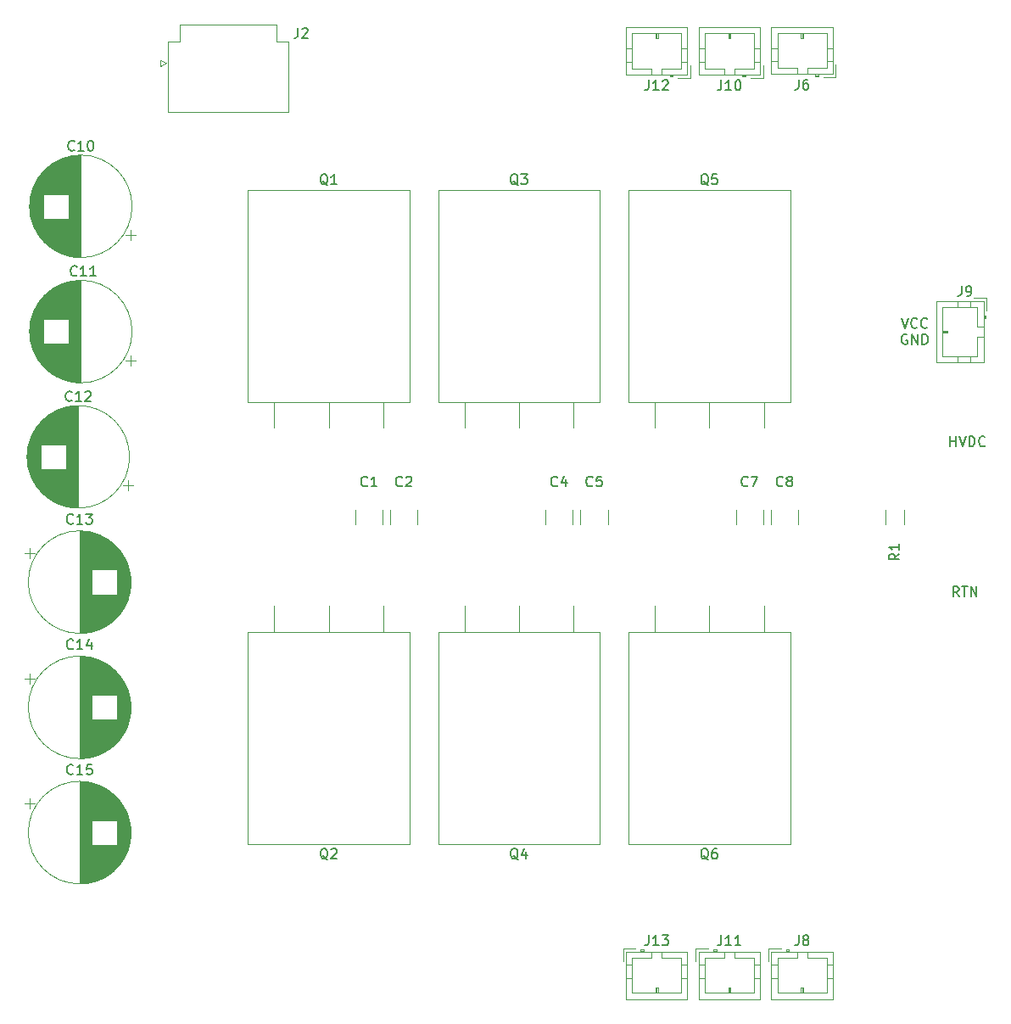
<source format=gbr>
G04 #@! TF.GenerationSoftware,KiCad,Pcbnew,(6.0.10)*
G04 #@! TF.CreationDate,2023-01-16T22:36:07-05:00*
G04 #@! TF.ProjectId,Three-Half-Bridges,54687265-652d-4486-916c-662d42726964,rev?*
G04 #@! TF.SameCoordinates,Original*
G04 #@! TF.FileFunction,Legend,Top*
G04 #@! TF.FilePolarity,Positive*
%FSLAX46Y46*%
G04 Gerber Fmt 4.6, Leading zero omitted, Abs format (unit mm)*
G04 Created by KiCad (PCBNEW (6.0.10)) date 2023-01-16 22:36:07*
%MOMM*%
%LPD*%
G01*
G04 APERTURE LIST*
%ADD10C,0.150000*%
%ADD11C,0.120000*%
G04 APERTURE END LIST*
D10*
X190035714Y-90952380D02*
X190035714Y-89952380D01*
X190035714Y-90428571D02*
X190607142Y-90428571D01*
X190607142Y-90952380D02*
X190607142Y-89952380D01*
X190940476Y-89952380D02*
X191273809Y-90952380D01*
X191607142Y-89952380D01*
X191940476Y-90952380D02*
X191940476Y-89952380D01*
X192178571Y-89952380D01*
X192321428Y-90000000D01*
X192416666Y-90095238D01*
X192464285Y-90190476D01*
X192511904Y-90380952D01*
X192511904Y-90523809D01*
X192464285Y-90714285D01*
X192416666Y-90809523D01*
X192321428Y-90904761D01*
X192178571Y-90952380D01*
X191940476Y-90952380D01*
X193511904Y-90857142D02*
X193464285Y-90904761D01*
X193321428Y-90952380D01*
X193226190Y-90952380D01*
X193083333Y-90904761D01*
X192988095Y-90809523D01*
X192940476Y-90714285D01*
X192892857Y-90523809D01*
X192892857Y-90380952D01*
X192940476Y-90190476D01*
X192988095Y-90095238D01*
X193083333Y-90000000D01*
X193226190Y-89952380D01*
X193321428Y-89952380D01*
X193464285Y-90000000D01*
X193511904Y-90047619D01*
X190904761Y-105952380D02*
X190571428Y-105476190D01*
X190333333Y-105952380D02*
X190333333Y-104952380D01*
X190714285Y-104952380D01*
X190809523Y-105000000D01*
X190857142Y-105047619D01*
X190904761Y-105142857D01*
X190904761Y-105285714D01*
X190857142Y-105380952D01*
X190809523Y-105428571D01*
X190714285Y-105476190D01*
X190333333Y-105476190D01*
X191190476Y-104952380D02*
X191761904Y-104952380D01*
X191476190Y-105952380D02*
X191476190Y-104952380D01*
X192095238Y-105952380D02*
X192095238Y-104952380D01*
X192666666Y-105952380D01*
X192666666Y-104952380D01*
X185166666Y-78147380D02*
X185500000Y-79147380D01*
X185833333Y-78147380D01*
X186738095Y-79052142D02*
X186690476Y-79099761D01*
X186547619Y-79147380D01*
X186452380Y-79147380D01*
X186309523Y-79099761D01*
X186214285Y-79004523D01*
X186166666Y-78909285D01*
X186119047Y-78718809D01*
X186119047Y-78575952D01*
X186166666Y-78385476D01*
X186214285Y-78290238D01*
X186309523Y-78195000D01*
X186452380Y-78147380D01*
X186547619Y-78147380D01*
X186690476Y-78195000D01*
X186738095Y-78242619D01*
X187738095Y-79052142D02*
X187690476Y-79099761D01*
X187547619Y-79147380D01*
X187452380Y-79147380D01*
X187309523Y-79099761D01*
X187214285Y-79004523D01*
X187166666Y-78909285D01*
X187119047Y-78718809D01*
X187119047Y-78575952D01*
X187166666Y-78385476D01*
X187214285Y-78290238D01*
X187309523Y-78195000D01*
X187452380Y-78147380D01*
X187547619Y-78147380D01*
X187690476Y-78195000D01*
X187738095Y-78242619D01*
X185738095Y-79805000D02*
X185642857Y-79757380D01*
X185500000Y-79757380D01*
X185357142Y-79805000D01*
X185261904Y-79900238D01*
X185214285Y-79995476D01*
X185166666Y-80185952D01*
X185166666Y-80328809D01*
X185214285Y-80519285D01*
X185261904Y-80614523D01*
X185357142Y-80709761D01*
X185500000Y-80757380D01*
X185595238Y-80757380D01*
X185738095Y-80709761D01*
X185785714Y-80662142D01*
X185785714Y-80328809D01*
X185595238Y-80328809D01*
X186214285Y-80757380D02*
X186214285Y-79757380D01*
X186785714Y-80757380D01*
X186785714Y-79757380D01*
X187261904Y-80757380D02*
X187261904Y-79757380D01*
X187500000Y-79757380D01*
X187642857Y-79805000D01*
X187738095Y-79900238D01*
X187785714Y-79995476D01*
X187833333Y-80185952D01*
X187833333Y-80328809D01*
X187785714Y-80519285D01*
X187738095Y-80614523D01*
X187642857Y-80709761D01*
X187500000Y-80757380D01*
X187261904Y-80757380D01*
X102357142Y-86357142D02*
X102309523Y-86404761D01*
X102166666Y-86452380D01*
X102071428Y-86452380D01*
X101928571Y-86404761D01*
X101833333Y-86309523D01*
X101785714Y-86214285D01*
X101738095Y-86023809D01*
X101738095Y-85880952D01*
X101785714Y-85690476D01*
X101833333Y-85595238D01*
X101928571Y-85500000D01*
X102071428Y-85452380D01*
X102166666Y-85452380D01*
X102309523Y-85500000D01*
X102357142Y-85547619D01*
X103309523Y-86452380D02*
X102738095Y-86452380D01*
X103023809Y-86452380D02*
X103023809Y-85452380D01*
X102928571Y-85595238D01*
X102833333Y-85690476D01*
X102738095Y-85738095D01*
X103690476Y-85547619D02*
X103738095Y-85500000D01*
X103833333Y-85452380D01*
X104071428Y-85452380D01*
X104166666Y-85500000D01*
X104214285Y-85547619D01*
X104261904Y-85642857D01*
X104261904Y-85738095D01*
X104214285Y-85880952D01*
X103642857Y-86452380D01*
X104261904Y-86452380D01*
X191166666Y-74952380D02*
X191166666Y-75666666D01*
X191119047Y-75809523D01*
X191023809Y-75904761D01*
X190880952Y-75952380D01*
X190785714Y-75952380D01*
X191690476Y-75952380D02*
X191880952Y-75952380D01*
X191976190Y-75904761D01*
X192023809Y-75857142D01*
X192119047Y-75714285D01*
X192166666Y-75523809D01*
X192166666Y-75142857D01*
X192119047Y-75047619D01*
X192071428Y-75000000D01*
X191976190Y-74952380D01*
X191785714Y-74952380D01*
X191690476Y-75000000D01*
X191642857Y-75047619D01*
X191595238Y-75142857D01*
X191595238Y-75380952D01*
X191642857Y-75476190D01*
X191690476Y-75523809D01*
X191785714Y-75571428D01*
X191976190Y-75571428D01*
X192071428Y-75523809D01*
X192119047Y-75476190D01*
X192166666Y-75380952D01*
X102489465Y-123607142D02*
X102441846Y-123654761D01*
X102298989Y-123702380D01*
X102203751Y-123702380D01*
X102060894Y-123654761D01*
X101965656Y-123559523D01*
X101918037Y-123464285D01*
X101870418Y-123273809D01*
X101870418Y-123130952D01*
X101918037Y-122940476D01*
X101965656Y-122845238D01*
X102060894Y-122750000D01*
X102203751Y-122702380D01*
X102298989Y-122702380D01*
X102441846Y-122750000D01*
X102489465Y-122797619D01*
X103441846Y-123702380D02*
X102870418Y-123702380D01*
X103156132Y-123702380D02*
X103156132Y-122702380D01*
X103060894Y-122845238D01*
X102965656Y-122940476D01*
X102870418Y-122988095D01*
X104346608Y-122702380D02*
X103870418Y-122702380D01*
X103822799Y-123178571D01*
X103870418Y-123130952D01*
X103965656Y-123083333D01*
X104203751Y-123083333D01*
X104298989Y-123130952D01*
X104346608Y-123178571D01*
X104394227Y-123273809D01*
X104394227Y-123511904D01*
X104346608Y-123607142D01*
X104298989Y-123654761D01*
X104203751Y-123702380D01*
X103965656Y-123702380D01*
X103870418Y-123654761D01*
X103822799Y-123607142D01*
X167190476Y-54402380D02*
X167190476Y-55116666D01*
X167142857Y-55259523D01*
X167047619Y-55354761D01*
X166904761Y-55402380D01*
X166809523Y-55402380D01*
X168190476Y-55402380D02*
X167619047Y-55402380D01*
X167904761Y-55402380D02*
X167904761Y-54402380D01*
X167809523Y-54545238D01*
X167714285Y-54640476D01*
X167619047Y-54688095D01*
X168809523Y-54402380D02*
X168904761Y-54402380D01*
X169000000Y-54450000D01*
X169047619Y-54497619D01*
X169095238Y-54592857D01*
X169142857Y-54783333D01*
X169142857Y-55021428D01*
X169095238Y-55211904D01*
X169047619Y-55307142D01*
X169000000Y-55354761D01*
X168904761Y-55402380D01*
X168809523Y-55402380D01*
X168714285Y-55354761D01*
X168666666Y-55307142D01*
X168619047Y-55211904D01*
X168571428Y-55021428D01*
X168571428Y-54783333D01*
X168619047Y-54592857D01*
X168666666Y-54497619D01*
X168714285Y-54450000D01*
X168809523Y-54402380D01*
X169833333Y-94857142D02*
X169785714Y-94904761D01*
X169642857Y-94952380D01*
X169547619Y-94952380D01*
X169404761Y-94904761D01*
X169309523Y-94809523D01*
X169261904Y-94714285D01*
X169214285Y-94523809D01*
X169214285Y-94380952D01*
X169261904Y-94190476D01*
X169309523Y-94095238D01*
X169404761Y-94000000D01*
X169547619Y-93952380D01*
X169642857Y-93952380D01*
X169785714Y-94000000D01*
X169833333Y-94047619D01*
X170166666Y-93952380D02*
X170833333Y-93952380D01*
X170404761Y-94952380D01*
X150833333Y-94857142D02*
X150785714Y-94904761D01*
X150642857Y-94952380D01*
X150547619Y-94952380D01*
X150404761Y-94904761D01*
X150309523Y-94809523D01*
X150261904Y-94714285D01*
X150214285Y-94523809D01*
X150214285Y-94380952D01*
X150261904Y-94190476D01*
X150309523Y-94095238D01*
X150404761Y-94000000D01*
X150547619Y-93952380D01*
X150642857Y-93952380D01*
X150785714Y-94000000D01*
X150833333Y-94047619D01*
X151690476Y-94285714D02*
X151690476Y-94952380D01*
X151452380Y-93904761D02*
X151214285Y-94619047D01*
X151833333Y-94619047D01*
X167190476Y-139752380D02*
X167190476Y-140466666D01*
X167142857Y-140609523D01*
X167047619Y-140704761D01*
X166904761Y-140752380D01*
X166809523Y-140752380D01*
X168190476Y-140752380D02*
X167619047Y-140752380D01*
X167904761Y-140752380D02*
X167904761Y-139752380D01*
X167809523Y-139895238D01*
X167714285Y-139990476D01*
X167619047Y-140038095D01*
X169142857Y-140752380D02*
X168571428Y-140752380D01*
X168857142Y-140752380D02*
X168857142Y-139752380D01*
X168761904Y-139895238D01*
X168666666Y-139990476D01*
X168571428Y-140038095D01*
X124916666Y-49202380D02*
X124916666Y-49916666D01*
X124869047Y-50059523D01*
X124773809Y-50154761D01*
X124630952Y-50202380D01*
X124535714Y-50202380D01*
X125345238Y-49297619D02*
X125392857Y-49250000D01*
X125488095Y-49202380D01*
X125726190Y-49202380D01*
X125821428Y-49250000D01*
X125869047Y-49297619D01*
X125916666Y-49392857D01*
X125916666Y-49488095D01*
X125869047Y-49630952D01*
X125297619Y-50202380D01*
X125916666Y-50202380D01*
X146904761Y-64897619D02*
X146809523Y-64850000D01*
X146714285Y-64754761D01*
X146571428Y-64611904D01*
X146476190Y-64564285D01*
X146380952Y-64564285D01*
X146428571Y-64802380D02*
X146333333Y-64754761D01*
X146238095Y-64659523D01*
X146190476Y-64469047D01*
X146190476Y-64135714D01*
X146238095Y-63945238D01*
X146333333Y-63850000D01*
X146428571Y-63802380D01*
X146619047Y-63802380D01*
X146714285Y-63850000D01*
X146809523Y-63945238D01*
X146857142Y-64135714D01*
X146857142Y-64469047D01*
X146809523Y-64659523D01*
X146714285Y-64754761D01*
X146619047Y-64802380D01*
X146428571Y-64802380D01*
X147190476Y-63802380D02*
X147809523Y-63802380D01*
X147476190Y-64183333D01*
X147619047Y-64183333D01*
X147714285Y-64230952D01*
X147761904Y-64278571D01*
X147809523Y-64373809D01*
X147809523Y-64611904D01*
X147761904Y-64707142D01*
X147714285Y-64754761D01*
X147619047Y-64802380D01*
X147333333Y-64802380D01*
X147238095Y-64754761D01*
X147190476Y-64707142D01*
X173333333Y-94857142D02*
X173285714Y-94904761D01*
X173142857Y-94952380D01*
X173047619Y-94952380D01*
X172904761Y-94904761D01*
X172809523Y-94809523D01*
X172761904Y-94714285D01*
X172714285Y-94523809D01*
X172714285Y-94380952D01*
X172761904Y-94190476D01*
X172809523Y-94095238D01*
X172904761Y-94000000D01*
X173047619Y-93952380D01*
X173142857Y-93952380D01*
X173285714Y-94000000D01*
X173333333Y-94047619D01*
X173904761Y-94380952D02*
X173809523Y-94333333D01*
X173761904Y-94285714D01*
X173714285Y-94190476D01*
X173714285Y-94142857D01*
X173761904Y-94047619D01*
X173809523Y-94000000D01*
X173904761Y-93952380D01*
X174095238Y-93952380D01*
X174190476Y-94000000D01*
X174238095Y-94047619D01*
X174285714Y-94142857D01*
X174285714Y-94190476D01*
X174238095Y-94285714D01*
X174190476Y-94333333D01*
X174095238Y-94380952D01*
X173904761Y-94380952D01*
X173809523Y-94428571D01*
X173761904Y-94476190D01*
X173714285Y-94571428D01*
X173714285Y-94761904D01*
X173761904Y-94857142D01*
X173809523Y-94904761D01*
X173904761Y-94952380D01*
X174095238Y-94952380D01*
X174190476Y-94904761D01*
X174238095Y-94857142D01*
X174285714Y-94761904D01*
X174285714Y-94571428D01*
X174238095Y-94476190D01*
X174190476Y-94428571D01*
X174095238Y-94380952D01*
X102489465Y-111107142D02*
X102441846Y-111154761D01*
X102298989Y-111202380D01*
X102203751Y-111202380D01*
X102060894Y-111154761D01*
X101965656Y-111059523D01*
X101918037Y-110964285D01*
X101870418Y-110773809D01*
X101870418Y-110630952D01*
X101918037Y-110440476D01*
X101965656Y-110345238D01*
X102060894Y-110250000D01*
X102203751Y-110202380D01*
X102298989Y-110202380D01*
X102441846Y-110250000D01*
X102489465Y-110297619D01*
X103441846Y-111202380D02*
X102870418Y-111202380D01*
X103156132Y-111202380D02*
X103156132Y-110202380D01*
X103060894Y-110345238D01*
X102965656Y-110440476D01*
X102870418Y-110488095D01*
X104298989Y-110535714D02*
X104298989Y-111202380D01*
X104060894Y-110154761D02*
X103822799Y-110869047D01*
X104441846Y-110869047D01*
X174916666Y-54352380D02*
X174916666Y-55066666D01*
X174869047Y-55209523D01*
X174773809Y-55304761D01*
X174630952Y-55352380D01*
X174535714Y-55352380D01*
X175821428Y-54352380D02*
X175630952Y-54352380D01*
X175535714Y-54400000D01*
X175488095Y-54447619D01*
X175392857Y-54590476D01*
X175345238Y-54780952D01*
X175345238Y-55161904D01*
X175392857Y-55257142D01*
X175440476Y-55304761D01*
X175535714Y-55352380D01*
X175726190Y-55352380D01*
X175821428Y-55304761D01*
X175869047Y-55257142D01*
X175916666Y-55161904D01*
X175916666Y-54923809D01*
X175869047Y-54828571D01*
X175821428Y-54780952D01*
X175726190Y-54733333D01*
X175535714Y-54733333D01*
X175440476Y-54780952D01*
X175392857Y-54828571D01*
X175345238Y-54923809D01*
X102857142Y-73857142D02*
X102809523Y-73904761D01*
X102666666Y-73952380D01*
X102571428Y-73952380D01*
X102428571Y-73904761D01*
X102333333Y-73809523D01*
X102285714Y-73714285D01*
X102238095Y-73523809D01*
X102238095Y-73380952D01*
X102285714Y-73190476D01*
X102333333Y-73095238D01*
X102428571Y-73000000D01*
X102571428Y-72952380D01*
X102666666Y-72952380D01*
X102809523Y-73000000D01*
X102857142Y-73047619D01*
X103809523Y-73952380D02*
X103238095Y-73952380D01*
X103523809Y-73952380D02*
X103523809Y-72952380D01*
X103428571Y-73095238D01*
X103333333Y-73190476D01*
X103238095Y-73238095D01*
X104761904Y-73952380D02*
X104190476Y-73952380D01*
X104476190Y-73952380D02*
X104476190Y-72952380D01*
X104380952Y-73095238D01*
X104285714Y-73190476D01*
X104190476Y-73238095D01*
X165904761Y-64897619D02*
X165809523Y-64850000D01*
X165714285Y-64754761D01*
X165571428Y-64611904D01*
X165476190Y-64564285D01*
X165380952Y-64564285D01*
X165428571Y-64802380D02*
X165333333Y-64754761D01*
X165238095Y-64659523D01*
X165190476Y-64469047D01*
X165190476Y-64135714D01*
X165238095Y-63945238D01*
X165333333Y-63850000D01*
X165428571Y-63802380D01*
X165619047Y-63802380D01*
X165714285Y-63850000D01*
X165809523Y-63945238D01*
X165857142Y-64135714D01*
X165857142Y-64469047D01*
X165809523Y-64659523D01*
X165714285Y-64754761D01*
X165619047Y-64802380D01*
X165428571Y-64802380D01*
X166761904Y-63802380D02*
X166285714Y-63802380D01*
X166238095Y-64278571D01*
X166285714Y-64230952D01*
X166380952Y-64183333D01*
X166619047Y-64183333D01*
X166714285Y-64230952D01*
X166761904Y-64278571D01*
X166809523Y-64373809D01*
X166809523Y-64611904D01*
X166761904Y-64707142D01*
X166714285Y-64754761D01*
X166619047Y-64802380D01*
X166380952Y-64802380D01*
X166285714Y-64754761D01*
X166238095Y-64707142D01*
X174916666Y-139752380D02*
X174916666Y-140466666D01*
X174869047Y-140609523D01*
X174773809Y-140704761D01*
X174630952Y-140752380D01*
X174535714Y-140752380D01*
X175535714Y-140180952D02*
X175440476Y-140133333D01*
X175392857Y-140085714D01*
X175345238Y-139990476D01*
X175345238Y-139942857D01*
X175392857Y-139847619D01*
X175440476Y-139800000D01*
X175535714Y-139752380D01*
X175726190Y-139752380D01*
X175821428Y-139800000D01*
X175869047Y-139847619D01*
X175916666Y-139942857D01*
X175916666Y-139990476D01*
X175869047Y-140085714D01*
X175821428Y-140133333D01*
X175726190Y-140180952D01*
X175535714Y-140180952D01*
X175440476Y-140228571D01*
X175392857Y-140276190D01*
X175345238Y-140371428D01*
X175345238Y-140561904D01*
X175392857Y-140657142D01*
X175440476Y-140704761D01*
X175535714Y-140752380D01*
X175726190Y-140752380D01*
X175821428Y-140704761D01*
X175869047Y-140657142D01*
X175916666Y-140561904D01*
X175916666Y-140371428D01*
X175869047Y-140276190D01*
X175821428Y-140228571D01*
X175726190Y-140180952D01*
X102607142Y-61357142D02*
X102559523Y-61404761D01*
X102416666Y-61452380D01*
X102321428Y-61452380D01*
X102178571Y-61404761D01*
X102083333Y-61309523D01*
X102035714Y-61214285D01*
X101988095Y-61023809D01*
X101988095Y-60880952D01*
X102035714Y-60690476D01*
X102083333Y-60595238D01*
X102178571Y-60500000D01*
X102321428Y-60452380D01*
X102416666Y-60452380D01*
X102559523Y-60500000D01*
X102607142Y-60547619D01*
X103559523Y-61452380D02*
X102988095Y-61452380D01*
X103273809Y-61452380D02*
X103273809Y-60452380D01*
X103178571Y-60595238D01*
X103083333Y-60690476D01*
X102988095Y-60738095D01*
X104178571Y-60452380D02*
X104273809Y-60452380D01*
X104369047Y-60500000D01*
X104416666Y-60547619D01*
X104464285Y-60642857D01*
X104511904Y-60833333D01*
X104511904Y-61071428D01*
X104464285Y-61261904D01*
X104416666Y-61357142D01*
X104369047Y-61404761D01*
X104273809Y-61452380D01*
X104178571Y-61452380D01*
X104083333Y-61404761D01*
X104035714Y-61357142D01*
X103988095Y-61261904D01*
X103940476Y-61071428D01*
X103940476Y-60833333D01*
X103988095Y-60642857D01*
X104035714Y-60547619D01*
X104083333Y-60500000D01*
X104178571Y-60452380D01*
X159940476Y-139752380D02*
X159940476Y-140466666D01*
X159892857Y-140609523D01*
X159797619Y-140704761D01*
X159654761Y-140752380D01*
X159559523Y-140752380D01*
X160940476Y-140752380D02*
X160369047Y-140752380D01*
X160654761Y-140752380D02*
X160654761Y-139752380D01*
X160559523Y-139895238D01*
X160464285Y-139990476D01*
X160369047Y-140038095D01*
X161273809Y-139752380D02*
X161892857Y-139752380D01*
X161559523Y-140133333D01*
X161702380Y-140133333D01*
X161797619Y-140180952D01*
X161845238Y-140228571D01*
X161892857Y-140323809D01*
X161892857Y-140561904D01*
X161845238Y-140657142D01*
X161797619Y-140704761D01*
X161702380Y-140752380D01*
X161416666Y-140752380D01*
X161321428Y-140704761D01*
X161273809Y-140657142D01*
X154333333Y-94857142D02*
X154285714Y-94904761D01*
X154142857Y-94952380D01*
X154047619Y-94952380D01*
X153904761Y-94904761D01*
X153809523Y-94809523D01*
X153761904Y-94714285D01*
X153714285Y-94523809D01*
X153714285Y-94380952D01*
X153761904Y-94190476D01*
X153809523Y-94095238D01*
X153904761Y-94000000D01*
X154047619Y-93952380D01*
X154142857Y-93952380D01*
X154285714Y-94000000D01*
X154333333Y-94047619D01*
X155238095Y-93952380D02*
X154761904Y-93952380D01*
X154714285Y-94428571D01*
X154761904Y-94380952D01*
X154857142Y-94333333D01*
X155095238Y-94333333D01*
X155190476Y-94380952D01*
X155238095Y-94428571D01*
X155285714Y-94523809D01*
X155285714Y-94761904D01*
X155238095Y-94857142D01*
X155190476Y-94904761D01*
X155095238Y-94952380D01*
X154857142Y-94952380D01*
X154761904Y-94904761D01*
X154714285Y-94857142D01*
X165904761Y-132197619D02*
X165809523Y-132150000D01*
X165714285Y-132054761D01*
X165571428Y-131911904D01*
X165476190Y-131864285D01*
X165380952Y-131864285D01*
X165428571Y-132102380D02*
X165333333Y-132054761D01*
X165238095Y-131959523D01*
X165190476Y-131769047D01*
X165190476Y-131435714D01*
X165238095Y-131245238D01*
X165333333Y-131150000D01*
X165428571Y-131102380D01*
X165619047Y-131102380D01*
X165714285Y-131150000D01*
X165809523Y-131245238D01*
X165857142Y-131435714D01*
X165857142Y-131769047D01*
X165809523Y-131959523D01*
X165714285Y-132054761D01*
X165619047Y-132102380D01*
X165428571Y-132102380D01*
X166714285Y-131102380D02*
X166523809Y-131102380D01*
X166428571Y-131150000D01*
X166380952Y-131197619D01*
X166285714Y-131340476D01*
X166238095Y-131530952D01*
X166238095Y-131911904D01*
X166285714Y-132007142D01*
X166333333Y-132054761D01*
X166428571Y-132102380D01*
X166619047Y-132102380D01*
X166714285Y-132054761D01*
X166761904Y-132007142D01*
X166809523Y-131911904D01*
X166809523Y-131673809D01*
X166761904Y-131578571D01*
X166714285Y-131530952D01*
X166619047Y-131483333D01*
X166428571Y-131483333D01*
X166333333Y-131530952D01*
X166285714Y-131578571D01*
X166238095Y-131673809D01*
X146904761Y-132197619D02*
X146809523Y-132150000D01*
X146714285Y-132054761D01*
X146571428Y-131911904D01*
X146476190Y-131864285D01*
X146380952Y-131864285D01*
X146428571Y-132102380D02*
X146333333Y-132054761D01*
X146238095Y-131959523D01*
X146190476Y-131769047D01*
X146190476Y-131435714D01*
X146238095Y-131245238D01*
X146333333Y-131150000D01*
X146428571Y-131102380D01*
X146619047Y-131102380D01*
X146714285Y-131150000D01*
X146809523Y-131245238D01*
X146857142Y-131435714D01*
X146857142Y-131769047D01*
X146809523Y-131959523D01*
X146714285Y-132054761D01*
X146619047Y-132102380D01*
X146428571Y-132102380D01*
X147714285Y-131435714D02*
X147714285Y-132102380D01*
X147476190Y-131054761D02*
X147238095Y-131769047D01*
X147857142Y-131769047D01*
X184952380Y-101666666D02*
X184476190Y-102000000D01*
X184952380Y-102238095D02*
X183952380Y-102238095D01*
X183952380Y-101857142D01*
X184000000Y-101761904D01*
X184047619Y-101714285D01*
X184142857Y-101666666D01*
X184285714Y-101666666D01*
X184380952Y-101714285D01*
X184428571Y-101761904D01*
X184476190Y-101857142D01*
X184476190Y-102238095D01*
X184952380Y-100714285D02*
X184952380Y-101285714D01*
X184952380Y-101000000D02*
X183952380Y-101000000D01*
X184095238Y-101095238D01*
X184190476Y-101190476D01*
X184238095Y-101285714D01*
X159940476Y-54402380D02*
X159940476Y-55116666D01*
X159892857Y-55259523D01*
X159797619Y-55354761D01*
X159654761Y-55402380D01*
X159559523Y-55402380D01*
X160940476Y-55402380D02*
X160369047Y-55402380D01*
X160654761Y-55402380D02*
X160654761Y-54402380D01*
X160559523Y-54545238D01*
X160464285Y-54640476D01*
X160369047Y-54688095D01*
X161321428Y-54497619D02*
X161369047Y-54450000D01*
X161464285Y-54402380D01*
X161702380Y-54402380D01*
X161797619Y-54450000D01*
X161845238Y-54497619D01*
X161892857Y-54592857D01*
X161892857Y-54688095D01*
X161845238Y-54830952D01*
X161273809Y-55402380D01*
X161892857Y-55402380D01*
X131858333Y-94857142D02*
X131810714Y-94904761D01*
X131667857Y-94952380D01*
X131572619Y-94952380D01*
X131429761Y-94904761D01*
X131334523Y-94809523D01*
X131286904Y-94714285D01*
X131239285Y-94523809D01*
X131239285Y-94380952D01*
X131286904Y-94190476D01*
X131334523Y-94095238D01*
X131429761Y-94000000D01*
X131572619Y-93952380D01*
X131667857Y-93952380D01*
X131810714Y-94000000D01*
X131858333Y-94047619D01*
X132810714Y-94952380D02*
X132239285Y-94952380D01*
X132525000Y-94952380D02*
X132525000Y-93952380D01*
X132429761Y-94095238D01*
X132334523Y-94190476D01*
X132239285Y-94238095D01*
X102489465Y-98607142D02*
X102441846Y-98654761D01*
X102298989Y-98702380D01*
X102203751Y-98702380D01*
X102060894Y-98654761D01*
X101965656Y-98559523D01*
X101918037Y-98464285D01*
X101870418Y-98273809D01*
X101870418Y-98130952D01*
X101918037Y-97940476D01*
X101965656Y-97845238D01*
X102060894Y-97750000D01*
X102203751Y-97702380D01*
X102298989Y-97702380D01*
X102441846Y-97750000D01*
X102489465Y-97797619D01*
X103441846Y-98702380D02*
X102870418Y-98702380D01*
X103156132Y-98702380D02*
X103156132Y-97702380D01*
X103060894Y-97845238D01*
X102965656Y-97940476D01*
X102870418Y-97988095D01*
X103775180Y-97702380D02*
X104394227Y-97702380D01*
X104060894Y-98083333D01*
X104203751Y-98083333D01*
X104298989Y-98130952D01*
X104346608Y-98178571D01*
X104394227Y-98273809D01*
X104394227Y-98511904D01*
X104346608Y-98607142D01*
X104298989Y-98654761D01*
X104203751Y-98702380D01*
X103918037Y-98702380D01*
X103822799Y-98654761D01*
X103775180Y-98607142D01*
X127904761Y-64897619D02*
X127809523Y-64850000D01*
X127714285Y-64754761D01*
X127571428Y-64611904D01*
X127476190Y-64564285D01*
X127380952Y-64564285D01*
X127428571Y-64802380D02*
X127333333Y-64754761D01*
X127238095Y-64659523D01*
X127190476Y-64469047D01*
X127190476Y-64135714D01*
X127238095Y-63945238D01*
X127333333Y-63850000D01*
X127428571Y-63802380D01*
X127619047Y-63802380D01*
X127714285Y-63850000D01*
X127809523Y-63945238D01*
X127857142Y-64135714D01*
X127857142Y-64469047D01*
X127809523Y-64659523D01*
X127714285Y-64754761D01*
X127619047Y-64802380D01*
X127428571Y-64802380D01*
X128809523Y-64802380D02*
X128238095Y-64802380D01*
X128523809Y-64802380D02*
X128523809Y-63802380D01*
X128428571Y-63945238D01*
X128333333Y-64040476D01*
X128238095Y-64088095D01*
X135333333Y-94857142D02*
X135285714Y-94904761D01*
X135142857Y-94952380D01*
X135047619Y-94952380D01*
X134904761Y-94904761D01*
X134809523Y-94809523D01*
X134761904Y-94714285D01*
X134714285Y-94523809D01*
X134714285Y-94380952D01*
X134761904Y-94190476D01*
X134809523Y-94095238D01*
X134904761Y-94000000D01*
X135047619Y-93952380D01*
X135142857Y-93952380D01*
X135285714Y-94000000D01*
X135333333Y-94047619D01*
X135714285Y-94047619D02*
X135761904Y-94000000D01*
X135857142Y-93952380D01*
X136095238Y-93952380D01*
X136190476Y-94000000D01*
X136238095Y-94047619D01*
X136285714Y-94142857D01*
X136285714Y-94238095D01*
X136238095Y-94380952D01*
X135666666Y-94952380D01*
X136285714Y-94952380D01*
X127904761Y-132197619D02*
X127809523Y-132150000D01*
X127714285Y-132054761D01*
X127571428Y-131911904D01*
X127476190Y-131864285D01*
X127380952Y-131864285D01*
X127428571Y-132102380D02*
X127333333Y-132054761D01*
X127238095Y-131959523D01*
X127190476Y-131769047D01*
X127190476Y-131435714D01*
X127238095Y-131245238D01*
X127333333Y-131150000D01*
X127428571Y-131102380D01*
X127619047Y-131102380D01*
X127714285Y-131150000D01*
X127809523Y-131245238D01*
X127857142Y-131435714D01*
X127857142Y-131769047D01*
X127809523Y-131959523D01*
X127714285Y-132054761D01*
X127619047Y-132102380D01*
X127428571Y-132102380D01*
X128238095Y-131197619D02*
X128285714Y-131150000D01*
X128380952Y-131102380D01*
X128619047Y-131102380D01*
X128714285Y-131150000D01*
X128761904Y-131197619D01*
X128809523Y-131292857D01*
X128809523Y-131388095D01*
X128761904Y-131530952D01*
X128190476Y-132102380D01*
X128809523Y-132102380D01*
D11*
X101079000Y-96707000D02*
X101079000Y-93241000D01*
X100999000Y-90759000D02*
X100999000Y-87326000D01*
X97959000Y-92862000D02*
X97959000Y-91138000D01*
X100399000Y-96371000D02*
X100399000Y-93241000D01*
X102320000Y-97035000D02*
X102320000Y-86965000D01*
X99759000Y-90759000D02*
X99759000Y-88075000D01*
X99839000Y-90759000D02*
X99839000Y-88011000D01*
X101599000Y-96885000D02*
X101599000Y-93241000D01*
X99919000Y-96050000D02*
X99919000Y-93241000D01*
X101199000Y-90759000D02*
X101199000Y-87246000D01*
X101639000Y-90759000D02*
X101639000Y-87103000D01*
X101679000Y-90759000D02*
X101679000Y-87093000D01*
X98319000Y-94037000D02*
X98319000Y-89963000D01*
X99879000Y-96020000D02*
X99879000Y-93241000D01*
X101519000Y-90759000D02*
X101519000Y-87138000D01*
X99839000Y-95989000D02*
X99839000Y-93241000D01*
X102039000Y-96990000D02*
X102039000Y-87010000D01*
X101279000Y-96783000D02*
X101279000Y-93241000D01*
X98239000Y-93846000D02*
X98239000Y-90154000D01*
X99279000Y-90759000D02*
X99279000Y-88522000D01*
X101359000Y-90759000D02*
X101359000Y-87189000D01*
X98519000Y-94439000D02*
X98519000Y-89561000D01*
X99359000Y-90759000D02*
X99359000Y-88439000D01*
X101439000Y-96837000D02*
X101439000Y-93241000D01*
X101079000Y-90759000D02*
X101079000Y-87293000D01*
X101239000Y-96768000D02*
X101239000Y-93241000D01*
X100399000Y-90759000D02*
X100399000Y-87629000D01*
X100719000Y-96545000D02*
X100719000Y-93241000D01*
X98479000Y-94365000D02*
X98479000Y-89635000D01*
X98079000Y-93378000D02*
X98079000Y-90622000D01*
X100199000Y-90759000D02*
X100199000Y-87753000D01*
X98399000Y-94209000D02*
X98399000Y-89791000D01*
X102079000Y-96997000D02*
X102079000Y-87003000D01*
X101599000Y-90759000D02*
X101599000Y-87115000D01*
X103000000Y-97080000D02*
X103000000Y-86920000D01*
X99359000Y-95561000D02*
X99359000Y-93241000D01*
X99559000Y-90759000D02*
X99559000Y-88247000D01*
X101719000Y-96918000D02*
X101719000Y-93241000D01*
X99119000Y-95301000D02*
X99119000Y-88699000D01*
X99319000Y-90759000D02*
X99319000Y-88480000D01*
X101039000Y-96690000D02*
X101039000Y-93241000D01*
X100599000Y-96483000D02*
X100599000Y-93241000D01*
X99039000Y-95206000D02*
X99039000Y-88794000D01*
X101559000Y-96874000D02*
X101559000Y-93241000D01*
X102560000Y-97062000D02*
X102560000Y-86938000D01*
X102400000Y-97045000D02*
X102400000Y-86955000D01*
X100439000Y-96395000D02*
X100439000Y-93241000D01*
X100319000Y-96323000D02*
X100319000Y-93241000D01*
X102760000Y-97075000D02*
X102760000Y-86925000D01*
X102279000Y-97030000D02*
X102279000Y-86970000D01*
X99639000Y-90759000D02*
X99639000Y-88176000D01*
X99599000Y-90759000D02*
X99599000Y-88211000D01*
X99439000Y-90759000D02*
X99439000Y-88360000D01*
X100279000Y-96298000D02*
X100279000Y-93241000D01*
X99399000Y-90759000D02*
X99399000Y-88399000D01*
X99759000Y-95925000D02*
X99759000Y-93241000D01*
X100799000Y-96584000D02*
X100799000Y-93241000D01*
X100079000Y-96166000D02*
X100079000Y-93241000D01*
X100519000Y-90759000D02*
X100519000Y-87560000D01*
X100079000Y-90759000D02*
X100079000Y-87834000D01*
X99559000Y-95753000D02*
X99559000Y-93241000D01*
X99439000Y-95640000D02*
X99439000Y-93241000D01*
X98359000Y-94125000D02*
X98359000Y-89875000D01*
X98719000Y-94770000D02*
X98719000Y-89230000D01*
X99879000Y-90759000D02*
X99879000Y-87980000D01*
X99999000Y-96110000D02*
X99999000Y-93241000D01*
X102640000Y-97068000D02*
X102640000Y-86932000D01*
X98999000Y-95156000D02*
X98999000Y-88844000D01*
X98559000Y-94510000D02*
X98559000Y-89490000D01*
X99959000Y-96080000D02*
X99959000Y-93241000D01*
X100359000Y-90759000D02*
X100359000Y-87653000D01*
X102840000Y-97078000D02*
X102840000Y-86922000D01*
X99319000Y-95520000D02*
X99319000Y-93241000D01*
X100519000Y-96440000D02*
X100519000Y-93241000D01*
X102880000Y-97079000D02*
X102880000Y-86921000D01*
X99639000Y-95824000D02*
X99639000Y-93241000D01*
X101559000Y-90759000D02*
X101559000Y-87126000D01*
X100999000Y-96674000D02*
X100999000Y-93241000D01*
X101959000Y-96974000D02*
X101959000Y-87026000D01*
X98639000Y-94645000D02*
X98639000Y-89355000D01*
X101319000Y-90759000D02*
X101319000Y-87203000D01*
X101999000Y-96982000D02*
X101999000Y-87018000D01*
X99999000Y-90759000D02*
X99999000Y-87890000D01*
X99519000Y-90759000D02*
X99519000Y-88284000D01*
X100599000Y-90759000D02*
X100599000Y-87517000D01*
X100799000Y-90759000D02*
X100799000Y-87416000D01*
X100759000Y-96564000D02*
X100759000Y-93241000D01*
X98039000Y-93230000D02*
X98039000Y-90770000D01*
X101839000Y-96947000D02*
X101839000Y-87053000D01*
X98879000Y-95000000D02*
X98879000Y-89000000D01*
X101479000Y-90759000D02*
X101479000Y-87150000D01*
X100759000Y-90759000D02*
X100759000Y-87436000D01*
X100359000Y-96347000D02*
X100359000Y-93241000D01*
X99959000Y-90759000D02*
X99959000Y-87920000D01*
X101879000Y-96956000D02*
X101879000Y-87044000D01*
X101719000Y-90759000D02*
X101719000Y-87082000D01*
X99239000Y-95436000D02*
X99239000Y-88564000D01*
X101399000Y-90759000D02*
X101399000Y-87176000D01*
X100839000Y-96603000D02*
X100839000Y-93241000D01*
X100639000Y-90759000D02*
X100639000Y-87496000D01*
X100279000Y-90759000D02*
X100279000Y-87702000D01*
X100439000Y-90759000D02*
X100439000Y-87605000D01*
X99519000Y-95716000D02*
X99519000Y-93241000D01*
X102480000Y-97054000D02*
X102480000Y-86946000D01*
X101159000Y-90759000D02*
X101159000Y-87262000D01*
X101919000Y-96965000D02*
X101919000Y-87035000D01*
X98439000Y-94289000D02*
X98439000Y-89711000D01*
X99479000Y-90759000D02*
X99479000Y-88321000D01*
X100719000Y-90759000D02*
X100719000Y-87455000D01*
X99079000Y-95254000D02*
X99079000Y-88746000D01*
X101239000Y-90759000D02*
X101239000Y-87232000D01*
X102680000Y-97070000D02*
X102680000Y-86930000D01*
X99599000Y-95789000D02*
X99599000Y-93241000D01*
X101279000Y-90759000D02*
X101279000Y-87217000D01*
X100679000Y-90759000D02*
X100679000Y-87475000D01*
X98759000Y-94830000D02*
X98759000Y-89170000D01*
X100119000Y-90759000D02*
X100119000Y-87806000D01*
X100159000Y-90759000D02*
X100159000Y-87779000D01*
X100039000Y-90759000D02*
X100039000Y-87862000D01*
X102920000Y-97080000D02*
X102920000Y-86920000D01*
X100959000Y-96657000D02*
X100959000Y-93241000D01*
X102960000Y-97080000D02*
X102960000Y-86920000D01*
X100559000Y-96462000D02*
X100559000Y-93241000D01*
X101479000Y-96850000D02*
X101479000Y-93241000D01*
X99919000Y-90759000D02*
X99919000Y-87950000D01*
X100479000Y-96417000D02*
X100479000Y-93241000D01*
X101039000Y-90759000D02*
X101039000Y-87310000D01*
X99479000Y-95679000D02*
X99479000Y-93241000D01*
X101119000Y-90759000D02*
X101119000Y-87277000D01*
X99799000Y-95957000D02*
X99799000Y-93241000D01*
X99279000Y-95478000D02*
X99279000Y-93241000D01*
X99199000Y-95392000D02*
X99199000Y-88608000D01*
X99399000Y-95601000D02*
X99399000Y-93241000D01*
X100159000Y-96221000D02*
X100159000Y-93241000D01*
X100039000Y-96138000D02*
X100039000Y-93241000D01*
X100839000Y-90759000D02*
X100839000Y-87397000D01*
X101519000Y-96862000D02*
X101519000Y-93241000D01*
X102800000Y-97077000D02*
X102800000Y-86923000D01*
X98159000Y-93630000D02*
X98159000Y-90370000D01*
X100959000Y-90759000D02*
X100959000Y-87343000D01*
X102600000Y-97065000D02*
X102600000Y-86935000D01*
X101799000Y-96938000D02*
X101799000Y-87062000D01*
X101639000Y-96897000D02*
X101639000Y-93241000D01*
X102720000Y-97073000D02*
X102720000Y-86927000D01*
X100199000Y-96247000D02*
X100199000Y-93241000D01*
X97919000Y-92599000D02*
X97919000Y-91401000D01*
X108479646Y-94875000D02*
X107479646Y-94875000D01*
X98279000Y-93944000D02*
X98279000Y-90056000D01*
X101119000Y-96723000D02*
X101119000Y-93241000D01*
X99719000Y-90759000D02*
X99719000Y-88108000D01*
X100119000Y-96194000D02*
X100119000Y-93241000D01*
X97999000Y-93062000D02*
X97999000Y-90938000D01*
X100319000Y-90759000D02*
X100319000Y-87677000D01*
X98199000Y-93742000D02*
X98199000Y-90258000D01*
X98959000Y-95106000D02*
X98959000Y-88894000D01*
X100919000Y-96639000D02*
X100919000Y-93241000D01*
X98599000Y-94579000D02*
X98599000Y-89421000D01*
X101439000Y-90759000D02*
X101439000Y-87163000D01*
X98799000Y-94889000D02*
X98799000Y-89111000D01*
X100879000Y-90759000D02*
X100879000Y-87379000D01*
X100239000Y-96273000D02*
X100239000Y-93241000D01*
X99159000Y-95347000D02*
X99159000Y-88653000D01*
X100919000Y-90759000D02*
X100919000Y-87361000D01*
X102360000Y-97040000D02*
X102360000Y-86960000D01*
X99679000Y-95858000D02*
X99679000Y-93241000D01*
X98919000Y-95054000D02*
X98919000Y-88946000D01*
X101399000Y-96824000D02*
X101399000Y-93241000D01*
X102239000Y-97024000D02*
X102239000Y-86976000D01*
X98839000Y-94945000D02*
X98839000Y-89055000D01*
X99679000Y-90759000D02*
X99679000Y-88142000D01*
X101199000Y-96754000D02*
X101199000Y-93241000D01*
X98119000Y-93510000D02*
X98119000Y-90490000D01*
X102199000Y-97018000D02*
X102199000Y-86982000D01*
X100879000Y-96621000D02*
X100879000Y-93241000D01*
X101319000Y-96797000D02*
X101319000Y-93241000D01*
X100679000Y-96525000D02*
X100679000Y-93241000D01*
X101159000Y-96738000D02*
X101159000Y-93241000D01*
X100639000Y-96504000D02*
X100639000Y-93241000D01*
X102520000Y-97058000D02*
X102520000Y-86942000D01*
X102440000Y-97050000D02*
X102440000Y-86950000D01*
X100239000Y-90759000D02*
X100239000Y-87727000D01*
X98679000Y-94709000D02*
X98679000Y-89291000D01*
X99719000Y-95892000D02*
X99719000Y-93241000D01*
X102159000Y-97011000D02*
X102159000Y-86989000D01*
X101759000Y-96928000D02*
X101759000Y-87072000D01*
X102119000Y-97004000D02*
X102119000Y-86996000D01*
X107979646Y-95375000D02*
X107979646Y-94375000D01*
X99799000Y-90759000D02*
X99799000Y-88043000D01*
X101679000Y-96907000D02*
X101679000Y-93241000D01*
X100479000Y-90759000D02*
X100479000Y-87583000D01*
X101359000Y-96811000D02*
X101359000Y-93241000D01*
X100559000Y-90759000D02*
X100559000Y-87538000D01*
X108120000Y-92000000D02*
G75*
G03*
X108120000Y-92000000I-5120000J0D01*
G01*
X190750000Y-76440000D02*
X190750000Y-77050000D01*
X193560000Y-77900000D02*
X193360000Y-77900000D01*
X193660000Y-76140000D02*
X192410000Y-76140000D01*
X193660000Y-77390000D02*
X193660000Y-76140000D01*
X189250000Y-79500000D02*
X189750000Y-79500000D01*
X193460000Y-78200000D02*
X193460000Y-77900000D01*
X193360000Y-82560000D02*
X193360000Y-76440000D01*
X192750000Y-80000000D02*
X193360000Y-80000000D01*
X192050000Y-82560000D02*
X192050000Y-81950000D01*
X193360000Y-79000000D02*
X192750000Y-79000000D01*
X193560000Y-78200000D02*
X193560000Y-77900000D01*
X192050000Y-76440000D02*
X192050000Y-77050000D01*
X188640000Y-76440000D02*
X188640000Y-82560000D01*
X192750000Y-77050000D02*
X189250000Y-77050000D01*
X189250000Y-79400000D02*
X189750000Y-79400000D01*
X193360000Y-76440000D02*
X188640000Y-76440000D01*
X188640000Y-82560000D02*
X193360000Y-82560000D01*
X192750000Y-81950000D02*
X192750000Y-80000000D01*
X190750000Y-82560000D02*
X190750000Y-81950000D01*
X189250000Y-77050000D02*
X189250000Y-81950000D01*
X189750000Y-79600000D02*
X189250000Y-79600000D01*
X189250000Y-81950000D02*
X192750000Y-81950000D01*
X193360000Y-78200000D02*
X193560000Y-78200000D01*
X189750000Y-79400000D02*
X189750000Y-79600000D01*
X192750000Y-79000000D02*
X192750000Y-77050000D01*
X104293323Y-124553000D02*
X104293323Y-134447000D01*
X103973323Y-124489000D02*
X103973323Y-134511000D01*
X103492323Y-124432000D02*
X103492323Y-134568000D01*
X103933323Y-124482000D02*
X103933323Y-134518000D01*
X107013323Y-126199000D02*
X107013323Y-132801000D01*
X106693323Y-125860000D02*
X106693323Y-128259000D01*
X104453323Y-130741000D02*
X104453323Y-134407000D01*
X107533323Y-126921000D02*
X107533323Y-132079000D01*
X104653323Y-130741000D02*
X104653323Y-134350000D01*
X105093323Y-130741000D02*
X105093323Y-134190000D01*
X105173323Y-130741000D02*
X105173323Y-134157000D01*
X106973323Y-126153000D02*
X106973323Y-132847000D01*
X103572323Y-124438000D02*
X103572323Y-134562000D01*
X105613323Y-125060000D02*
X105613323Y-128259000D01*
X103893323Y-124476000D02*
X103893323Y-134524000D01*
X106133323Y-130741000D02*
X106133323Y-133610000D01*
X107933323Y-127758000D02*
X107933323Y-131242000D01*
X106013323Y-125306000D02*
X106013323Y-128259000D01*
X107093323Y-126294000D02*
X107093323Y-132706000D01*
X103252323Y-124421000D02*
X103252323Y-134579000D01*
X105893323Y-130741000D02*
X105893323Y-133773000D01*
X108053323Y-128122000D02*
X108053323Y-130878000D01*
X107293323Y-126555000D02*
X107293323Y-132445000D01*
X108093323Y-128270000D02*
X108093323Y-130730000D01*
X105213323Y-124861000D02*
X105213323Y-128259000D01*
X104693323Y-130741000D02*
X104693323Y-134337000D01*
X104493323Y-124603000D02*
X104493323Y-128259000D01*
X107173323Y-126394000D02*
X107173323Y-132606000D01*
X105453323Y-124975000D02*
X105453323Y-128259000D01*
X107653323Y-127135000D02*
X107653323Y-131865000D01*
X105133323Y-130741000D02*
X105133323Y-134174000D01*
X104333323Y-124562000D02*
X104333323Y-134438000D01*
X106453323Y-125642000D02*
X106453323Y-128259000D01*
X106413323Y-125608000D02*
X106413323Y-128259000D01*
X105173323Y-124843000D02*
X105173323Y-128259000D01*
X103652323Y-124446000D02*
X103652323Y-134554000D01*
X106533323Y-130741000D02*
X106533323Y-133289000D01*
X104893323Y-124732000D02*
X104893323Y-128259000D01*
X106053323Y-125334000D02*
X106053323Y-128259000D01*
X106373323Y-125575000D02*
X106373323Y-128259000D01*
X106573323Y-130741000D02*
X106573323Y-133253000D01*
X105733323Y-125129000D02*
X105733323Y-128259000D01*
X104613323Y-130741000D02*
X104613323Y-134362000D01*
X103812323Y-124465000D02*
X103812323Y-134535000D01*
X106653323Y-125821000D02*
X106653323Y-128259000D01*
X106493323Y-125676000D02*
X106493323Y-128259000D01*
X104533323Y-124615000D02*
X104533323Y-128259000D01*
X103332323Y-124423000D02*
X103332323Y-134577000D01*
X103732323Y-124455000D02*
X103732323Y-134545000D01*
X105333323Y-124916000D02*
X105333323Y-128259000D01*
X104133323Y-124518000D02*
X104133323Y-134482000D01*
X97652677Y-126625000D02*
X98652677Y-126625000D01*
X103532323Y-124435000D02*
X103532323Y-134565000D01*
X107893323Y-127654000D02*
X107893323Y-131346000D01*
X106333323Y-130741000D02*
X106333323Y-133457000D01*
X105133323Y-124826000D02*
X105133323Y-128259000D01*
X105973323Y-130741000D02*
X105973323Y-133721000D01*
X104053323Y-124503000D02*
X104053323Y-134497000D01*
X106333323Y-125543000D02*
X106333323Y-128259000D01*
X106653323Y-130741000D02*
X106653323Y-133179000D01*
X106413323Y-130741000D02*
X106413323Y-133392000D01*
X105053323Y-124793000D02*
X105053323Y-128259000D01*
X104613323Y-124638000D02*
X104613323Y-128259000D01*
X105853323Y-130741000D02*
X105853323Y-133798000D01*
X105293323Y-124897000D02*
X105293323Y-128259000D01*
X107133323Y-126344000D02*
X107133323Y-132656000D01*
X107453323Y-126791000D02*
X107453323Y-132209000D01*
X107693323Y-127211000D02*
X107693323Y-131789000D01*
X107053323Y-126246000D02*
X107053323Y-132754000D01*
X104973323Y-130741000D02*
X104973323Y-134238000D01*
X106773323Y-125939000D02*
X106773323Y-128259000D01*
X108213323Y-128901000D02*
X108213323Y-130099000D01*
X105453323Y-130741000D02*
X105453323Y-134025000D01*
X105573323Y-125038000D02*
X105573323Y-128259000D01*
X105533323Y-130741000D02*
X105533323Y-133983000D01*
X105933323Y-125253000D02*
X105933323Y-128259000D01*
X106253323Y-130741000D02*
X106253323Y-133520000D01*
X106613323Y-130741000D02*
X106613323Y-133216000D01*
X108133323Y-128438000D02*
X108133323Y-130562000D01*
X105733323Y-130741000D02*
X105733323Y-133871000D01*
X105493323Y-124996000D02*
X105493323Y-128259000D01*
X106293323Y-130741000D02*
X106293323Y-133489000D01*
X104853323Y-130741000D02*
X104853323Y-134283000D01*
X107373323Y-126670000D02*
X107373323Y-132330000D01*
X103132323Y-124420000D02*
X103132323Y-134580000D01*
X104813323Y-124703000D02*
X104813323Y-128259000D01*
X107733323Y-127291000D02*
X107733323Y-131709000D01*
X106733323Y-130741000D02*
X106733323Y-133101000D01*
X107973323Y-127870000D02*
X107973323Y-131130000D01*
X104693323Y-124663000D02*
X104693323Y-128259000D01*
X103612323Y-124442000D02*
X103612323Y-134558000D01*
X103372323Y-124425000D02*
X103372323Y-134575000D01*
X104253323Y-124544000D02*
X104253323Y-134456000D01*
X107413323Y-126730000D02*
X107413323Y-132270000D01*
X106853323Y-126022000D02*
X106853323Y-128259000D01*
X107333323Y-126611000D02*
X107333323Y-132389000D01*
X106693323Y-130741000D02*
X106693323Y-133140000D01*
X105293323Y-130741000D02*
X105293323Y-134103000D01*
X103692323Y-124450000D02*
X103692323Y-134550000D01*
X106853323Y-130741000D02*
X106853323Y-132978000D01*
X105853323Y-125202000D02*
X105853323Y-128259000D01*
X106453323Y-130741000D02*
X106453323Y-133358000D01*
X105493323Y-130741000D02*
X105493323Y-134004000D01*
X106213323Y-130741000D02*
X106213323Y-133550000D01*
X106093323Y-130741000D02*
X106093323Y-133638000D01*
X107813323Y-127463000D02*
X107813323Y-131537000D01*
X104773323Y-124689000D02*
X104773323Y-128259000D01*
X105693323Y-130741000D02*
X105693323Y-133895000D01*
X104773323Y-130741000D02*
X104773323Y-134311000D01*
X106933323Y-126108000D02*
X106933323Y-132892000D01*
X104573323Y-130741000D02*
X104573323Y-134374000D01*
X104453323Y-124593000D02*
X104453323Y-128259000D01*
X106173323Y-130741000D02*
X106173323Y-133580000D01*
X106813323Y-130741000D02*
X106813323Y-133020000D01*
X106493323Y-130741000D02*
X106493323Y-133324000D01*
X107773323Y-127375000D02*
X107773323Y-131625000D01*
X105213323Y-130741000D02*
X105213323Y-134139000D01*
X106733323Y-125899000D02*
X106733323Y-128259000D01*
X106613323Y-125784000D02*
X106613323Y-128259000D01*
X106053323Y-130741000D02*
X106053323Y-133666000D01*
X104413323Y-124582000D02*
X104413323Y-128259000D01*
X105013323Y-124777000D02*
X105013323Y-128259000D01*
X104173323Y-124526000D02*
X104173323Y-134474000D01*
X105533323Y-125017000D02*
X105533323Y-128259000D01*
X105373323Y-124936000D02*
X105373323Y-128259000D01*
X105813323Y-125177000D02*
X105813323Y-128259000D01*
X105693323Y-125105000D02*
X105693323Y-128259000D01*
X103172323Y-124420000D02*
X103172323Y-134580000D01*
X107493323Y-126855000D02*
X107493323Y-132145000D01*
X98152677Y-126125000D02*
X98152677Y-127125000D01*
X104493323Y-130741000D02*
X104493323Y-134397000D01*
X105613323Y-130741000D02*
X105613323Y-133940000D01*
X104413323Y-130741000D02*
X104413323Y-134418000D01*
X107573323Y-126990000D02*
X107573323Y-132010000D01*
X106533323Y-125711000D02*
X106533323Y-128259000D01*
X104733323Y-124676000D02*
X104733323Y-128259000D01*
X105053323Y-130741000D02*
X105053323Y-134207000D01*
X106773323Y-130741000D02*
X106773323Y-133061000D01*
X104533323Y-130741000D02*
X104533323Y-134385000D01*
X105653323Y-130741000D02*
X105653323Y-133917000D01*
X105773323Y-130741000D02*
X105773323Y-133847000D01*
X103212323Y-124420000D02*
X103212323Y-134580000D01*
X104093323Y-124510000D02*
X104093323Y-134490000D01*
X106133323Y-125390000D02*
X106133323Y-128259000D01*
X106373323Y-130741000D02*
X106373323Y-133425000D01*
X105333323Y-130741000D02*
X105333323Y-134084000D01*
X106213323Y-125450000D02*
X106213323Y-128259000D01*
X103412323Y-124427000D02*
X103412323Y-134573000D01*
X103853323Y-124470000D02*
X103853323Y-134530000D01*
X107613323Y-127061000D02*
X107613323Y-131939000D01*
X105973323Y-125279000D02*
X105973323Y-128259000D01*
X107213323Y-126446000D02*
X107213323Y-132554000D01*
X106893323Y-126064000D02*
X106893323Y-132936000D01*
X105413323Y-124955000D02*
X105413323Y-128259000D01*
X104213323Y-124535000D02*
X104213323Y-134465000D01*
X105013323Y-130741000D02*
X105013323Y-134223000D01*
X103772323Y-124460000D02*
X103772323Y-134540000D01*
X106173323Y-125420000D02*
X106173323Y-128259000D01*
X104013323Y-124496000D02*
X104013323Y-134504000D01*
X105253323Y-130741000D02*
X105253323Y-134121000D01*
X106253323Y-125480000D02*
X106253323Y-128259000D01*
X104573323Y-124626000D02*
X104573323Y-128259000D01*
X106093323Y-125362000D02*
X106093323Y-128259000D01*
X105773323Y-125153000D02*
X105773323Y-128259000D01*
X105893323Y-125227000D02*
X105893323Y-128259000D01*
X104933323Y-130741000D02*
X104933323Y-134254000D01*
X107853323Y-127556000D02*
X107853323Y-131444000D01*
X106013323Y-130741000D02*
X106013323Y-133694000D01*
X104973323Y-124762000D02*
X104973323Y-128259000D01*
X104893323Y-130741000D02*
X104893323Y-134268000D01*
X104933323Y-124746000D02*
X104933323Y-128259000D01*
X108013323Y-127990000D02*
X108013323Y-131010000D01*
X105253323Y-124879000D02*
X105253323Y-128259000D01*
X105813323Y-130741000D02*
X105813323Y-133823000D01*
X105653323Y-125083000D02*
X105653323Y-128259000D01*
X105413323Y-130741000D02*
X105413323Y-134045000D01*
X103452323Y-124430000D02*
X103452323Y-134570000D01*
X104373323Y-124572000D02*
X104373323Y-134428000D01*
X104813323Y-130741000D02*
X104813323Y-134297000D01*
X104853323Y-124717000D02*
X104853323Y-128259000D01*
X106293323Y-125511000D02*
X106293323Y-128259000D01*
X106813323Y-125980000D02*
X106813323Y-128259000D01*
X104653323Y-124650000D02*
X104653323Y-128259000D01*
X105573323Y-130741000D02*
X105573323Y-133962000D01*
X105093323Y-124810000D02*
X105093323Y-128259000D01*
X107253323Y-126500000D02*
X107253323Y-132500000D01*
X104733323Y-130741000D02*
X104733323Y-134324000D01*
X103292323Y-124422000D02*
X103292323Y-134578000D01*
X106573323Y-125747000D02*
X106573323Y-128259000D01*
X108173323Y-128638000D02*
X108173323Y-130362000D01*
X105373323Y-130741000D02*
X105373323Y-134064000D01*
X105933323Y-130741000D02*
X105933323Y-133747000D01*
X108252323Y-129500000D02*
G75*
G03*
X108252323Y-129500000I-5120000J0D01*
G01*
X168100000Y-49750000D02*
X168100000Y-50250000D01*
X164940000Y-51250000D02*
X165550000Y-51250000D01*
X171060000Y-52550000D02*
X170450000Y-52550000D01*
X171060000Y-53860000D02*
X171060000Y-49140000D01*
X170450000Y-49750000D02*
X165550000Y-49750000D01*
X169300000Y-54060000D02*
X169600000Y-54060000D01*
X168500000Y-53860000D02*
X168500000Y-53250000D01*
X167500000Y-53250000D02*
X167500000Y-53860000D01*
X170450000Y-53250000D02*
X170450000Y-49750000D01*
X171060000Y-49140000D02*
X164940000Y-49140000D01*
X167900000Y-50250000D02*
X167900000Y-49750000D01*
X171060000Y-51250000D02*
X170450000Y-51250000D01*
X168000000Y-49750000D02*
X168000000Y-50250000D01*
X170110000Y-54160000D02*
X171360000Y-54160000D01*
X164940000Y-53860000D02*
X171060000Y-53860000D01*
X168100000Y-50250000D02*
X167900000Y-50250000D01*
X165550000Y-53250000D02*
X167500000Y-53250000D01*
X169600000Y-54060000D02*
X169600000Y-53860000D01*
X164940000Y-49140000D02*
X164940000Y-53860000D01*
X164940000Y-52550000D02*
X165550000Y-52550000D01*
X169300000Y-53960000D02*
X169600000Y-53960000D01*
X165550000Y-49750000D02*
X165550000Y-53250000D01*
X169300000Y-53860000D02*
X169300000Y-54060000D01*
X168500000Y-53250000D02*
X170450000Y-53250000D01*
X171360000Y-54160000D02*
X171360000Y-52910000D01*
X171360000Y-98711252D02*
X171360000Y-97288748D01*
X168640000Y-98711252D02*
X168640000Y-97288748D01*
X152360000Y-98711252D02*
X152360000Y-97288748D01*
X149640000Y-98711252D02*
X149640000Y-97288748D01*
X164940000Y-142700000D02*
X165550000Y-142700000D01*
X171060000Y-141390000D02*
X164940000Y-141390000D01*
X164940000Y-141390000D02*
X164940000Y-146110000D01*
X164940000Y-146110000D02*
X171060000Y-146110000D01*
X164640000Y-141090000D02*
X164640000Y-142340000D01*
X167500000Y-142000000D02*
X165550000Y-142000000D01*
X168000000Y-145500000D02*
X168000000Y-145000000D01*
X165550000Y-145500000D02*
X170450000Y-145500000D01*
X168100000Y-145000000D02*
X168100000Y-145500000D01*
X167900000Y-145500000D02*
X167900000Y-145000000D01*
X166400000Y-141190000D02*
X166400000Y-141390000D01*
X166700000Y-141190000D02*
X166400000Y-141190000D01*
X168500000Y-142000000D02*
X168500000Y-141390000D01*
X164940000Y-144000000D02*
X165550000Y-144000000D01*
X171060000Y-144000000D02*
X170450000Y-144000000D01*
X166700000Y-141390000D02*
X166700000Y-141190000D01*
X170450000Y-142000000D02*
X168500000Y-142000000D01*
X171060000Y-142700000D02*
X170450000Y-142700000D01*
X165550000Y-142000000D02*
X165550000Y-145500000D01*
X171060000Y-146110000D02*
X171060000Y-141390000D01*
X170450000Y-145500000D02*
X170450000Y-142000000D01*
X167500000Y-141390000D02*
X167500000Y-142000000D01*
X165890000Y-141090000D02*
X164640000Y-141090000D01*
X166700000Y-141290000D02*
X166400000Y-141290000D01*
X167900000Y-145000000D02*
X168100000Y-145000000D01*
X123992500Y-57610000D02*
X111952500Y-57610000D01*
X122792500Y-50590000D02*
X123992500Y-50590000D01*
X111152500Y-53000000D02*
X111152500Y-52400000D01*
X113152500Y-48890000D02*
X122792500Y-48890000D01*
X111952500Y-57610000D02*
X111952500Y-50590000D01*
X111752500Y-52700000D02*
X111152500Y-53000000D01*
X113152500Y-50590000D02*
X113152500Y-48890000D01*
X123992500Y-50590000D02*
X123992500Y-57610000D01*
X122792500Y-48890000D02*
X122792500Y-50590000D01*
X111152500Y-52400000D02*
X111752500Y-52700000D01*
X111952500Y-50590000D02*
X113152500Y-50590000D01*
X138930000Y-86540000D02*
X138930000Y-65350000D01*
X147000000Y-89100000D02*
X147000000Y-86540000D01*
X152450000Y-89100000D02*
X152450000Y-86540000D01*
X155070000Y-86540000D02*
X155070000Y-65350000D01*
X141550000Y-89100000D02*
X141550000Y-86540000D01*
X155070000Y-86540000D02*
X138930000Y-86540000D01*
X155070000Y-65350000D02*
X138930000Y-65350000D01*
X172140000Y-98711252D02*
X172140000Y-97288748D01*
X174860000Y-98711252D02*
X174860000Y-97288748D01*
X105493323Y-118241000D02*
X105493323Y-121504000D01*
X103492323Y-111932000D02*
X103492323Y-122068000D01*
X107733323Y-114791000D02*
X107733323Y-119209000D01*
X107533323Y-114421000D02*
X107533323Y-119579000D01*
X104853323Y-118241000D02*
X104853323Y-121783000D01*
X106653323Y-118241000D02*
X106653323Y-120679000D01*
X105253323Y-118241000D02*
X105253323Y-121621000D01*
X106253323Y-118241000D02*
X106253323Y-121020000D01*
X104573323Y-118241000D02*
X104573323Y-121874000D01*
X104573323Y-112126000D02*
X104573323Y-115759000D01*
X106453323Y-118241000D02*
X106453323Y-120858000D01*
X107493323Y-114355000D02*
X107493323Y-119645000D01*
X105453323Y-118241000D02*
X105453323Y-121525000D01*
X104333323Y-112062000D02*
X104333323Y-121938000D01*
X105253323Y-112379000D02*
X105253323Y-115759000D01*
X107893323Y-115154000D02*
X107893323Y-118846000D01*
X106493323Y-118241000D02*
X106493323Y-120824000D01*
X105813323Y-112677000D02*
X105813323Y-115759000D01*
X107453323Y-114291000D02*
X107453323Y-119709000D01*
X108173323Y-116138000D02*
X108173323Y-117862000D01*
X106133323Y-112890000D02*
X106133323Y-115759000D01*
X107613323Y-114561000D02*
X107613323Y-119439000D01*
X108093323Y-115770000D02*
X108093323Y-118230000D01*
X108133323Y-115938000D02*
X108133323Y-118062000D01*
X105813323Y-118241000D02*
X105813323Y-121323000D01*
X106813323Y-113480000D02*
X106813323Y-115759000D01*
X98152677Y-113625000D02*
X98152677Y-114625000D01*
X105293323Y-112397000D02*
X105293323Y-115759000D01*
X104373323Y-112072000D02*
X104373323Y-121928000D01*
X106333323Y-118241000D02*
X106333323Y-120957000D01*
X104293323Y-112053000D02*
X104293323Y-121947000D01*
X106253323Y-112980000D02*
X106253323Y-115759000D01*
X106213323Y-118241000D02*
X106213323Y-121050000D01*
X105133323Y-118241000D02*
X105133323Y-121674000D01*
X106813323Y-118241000D02*
X106813323Y-120520000D01*
X106773323Y-113439000D02*
X106773323Y-115759000D01*
X106493323Y-113176000D02*
X106493323Y-115759000D01*
X105173323Y-112343000D02*
X105173323Y-115759000D01*
X104413323Y-118241000D02*
X104413323Y-121918000D01*
X106573323Y-118241000D02*
X106573323Y-120753000D01*
X108213323Y-116401000D02*
X108213323Y-117599000D01*
X104893323Y-112232000D02*
X104893323Y-115759000D01*
X105933323Y-118241000D02*
X105933323Y-121247000D01*
X107173323Y-113894000D02*
X107173323Y-120106000D01*
X106853323Y-118241000D02*
X106853323Y-120478000D01*
X105373323Y-118241000D02*
X105373323Y-121564000D01*
X105173323Y-118241000D02*
X105173323Y-121657000D01*
X104053323Y-112003000D02*
X104053323Y-121997000D01*
X107333323Y-114111000D02*
X107333323Y-119889000D01*
X103732323Y-111955000D02*
X103732323Y-122045000D01*
X104773323Y-118241000D02*
X104773323Y-121811000D01*
X97652677Y-114125000D02*
X98652677Y-114125000D01*
X104933323Y-118241000D02*
X104933323Y-121754000D01*
X104893323Y-118241000D02*
X104893323Y-121768000D01*
X107093323Y-113794000D02*
X107093323Y-120206000D01*
X104133323Y-112018000D02*
X104133323Y-121982000D01*
X103332323Y-111923000D02*
X103332323Y-122077000D01*
X105533323Y-112517000D02*
X105533323Y-115759000D01*
X107413323Y-114230000D02*
X107413323Y-119770000D01*
X106413323Y-118241000D02*
X106413323Y-120892000D01*
X104453323Y-112093000D02*
X104453323Y-115759000D01*
X103692323Y-111950000D02*
X103692323Y-122050000D01*
X104653323Y-112150000D02*
X104653323Y-115759000D01*
X104693323Y-118241000D02*
X104693323Y-121837000D01*
X105133323Y-112326000D02*
X105133323Y-115759000D01*
X103292323Y-111922000D02*
X103292323Y-122078000D01*
X103612323Y-111942000D02*
X103612323Y-122058000D01*
X103853323Y-111970000D02*
X103853323Y-122030000D01*
X103812323Y-111965000D02*
X103812323Y-122035000D01*
X104413323Y-112082000D02*
X104413323Y-115759000D01*
X106773323Y-118241000D02*
X106773323Y-120561000D01*
X104973323Y-112262000D02*
X104973323Y-115759000D01*
X107213323Y-113946000D02*
X107213323Y-120054000D01*
X105333323Y-118241000D02*
X105333323Y-121584000D01*
X103412323Y-111927000D02*
X103412323Y-122073000D01*
X107933323Y-115258000D02*
X107933323Y-118742000D01*
X108053323Y-115622000D02*
X108053323Y-118378000D01*
X107813323Y-114963000D02*
X107813323Y-119037000D01*
X105573323Y-112538000D02*
X105573323Y-115759000D01*
X105573323Y-118241000D02*
X105573323Y-121462000D01*
X106693323Y-118241000D02*
X106693323Y-120640000D01*
X104213323Y-112035000D02*
X104213323Y-121965000D01*
X105013323Y-118241000D02*
X105013323Y-121723000D01*
X107253323Y-114000000D02*
X107253323Y-120000000D01*
X106693323Y-113360000D02*
X106693323Y-115759000D01*
X105413323Y-112455000D02*
X105413323Y-115759000D01*
X106213323Y-112950000D02*
X106213323Y-115759000D01*
X107293323Y-114055000D02*
X107293323Y-119945000D01*
X107013323Y-113699000D02*
X107013323Y-120301000D01*
X107573323Y-114490000D02*
X107573323Y-119510000D01*
X107973323Y-115370000D02*
X107973323Y-118630000D01*
X106973323Y-113653000D02*
X106973323Y-120347000D01*
X104453323Y-118241000D02*
X104453323Y-121907000D01*
X105453323Y-112475000D02*
X105453323Y-115759000D01*
X106653323Y-113321000D02*
X106653323Y-115759000D01*
X105213323Y-112361000D02*
X105213323Y-115759000D01*
X104853323Y-112217000D02*
X104853323Y-115759000D01*
X105653323Y-112583000D02*
X105653323Y-115759000D01*
X105733323Y-112629000D02*
X105733323Y-115759000D01*
X106933323Y-113608000D02*
X106933323Y-120392000D01*
X105853323Y-118241000D02*
X105853323Y-121298000D01*
X104973323Y-118241000D02*
X104973323Y-121738000D01*
X103893323Y-111976000D02*
X103893323Y-122024000D01*
X106733323Y-118241000D02*
X106733323Y-120601000D01*
X106733323Y-113399000D02*
X106733323Y-115759000D01*
X106373323Y-113075000D02*
X106373323Y-115759000D01*
X104813323Y-118241000D02*
X104813323Y-121797000D01*
X105973323Y-118241000D02*
X105973323Y-121221000D01*
X106133323Y-118241000D02*
X106133323Y-121110000D01*
X103372323Y-111925000D02*
X103372323Y-122075000D01*
X104693323Y-112163000D02*
X104693323Y-115759000D01*
X106173323Y-118241000D02*
X106173323Y-121080000D01*
X103772323Y-111960000D02*
X103772323Y-122040000D01*
X105893323Y-112727000D02*
X105893323Y-115759000D01*
X105893323Y-118241000D02*
X105893323Y-121273000D01*
X105053323Y-118241000D02*
X105053323Y-121707000D01*
X107853323Y-115056000D02*
X107853323Y-118944000D01*
X108013323Y-115490000D02*
X108013323Y-118510000D01*
X105693323Y-112605000D02*
X105693323Y-115759000D01*
X106053323Y-112834000D02*
X106053323Y-115759000D01*
X105093323Y-118241000D02*
X105093323Y-121690000D01*
X105413323Y-118241000D02*
X105413323Y-121545000D01*
X106533323Y-118241000D02*
X106533323Y-120789000D01*
X104253323Y-112044000D02*
X104253323Y-121956000D01*
X107693323Y-114711000D02*
X107693323Y-119289000D01*
X104813323Y-112203000D02*
X104813323Y-115759000D01*
X106373323Y-118241000D02*
X106373323Y-120925000D01*
X106893323Y-113564000D02*
X106893323Y-120436000D01*
X106853323Y-113522000D02*
X106853323Y-115759000D01*
X105213323Y-118241000D02*
X105213323Y-121639000D01*
X104773323Y-112189000D02*
X104773323Y-115759000D01*
X106613323Y-113284000D02*
X106613323Y-115759000D01*
X106013323Y-118241000D02*
X106013323Y-121194000D01*
X105373323Y-112436000D02*
X105373323Y-115759000D01*
X105653323Y-118241000D02*
X105653323Y-121417000D01*
X104493323Y-118241000D02*
X104493323Y-121897000D01*
X105293323Y-118241000D02*
X105293323Y-121603000D01*
X106013323Y-112806000D02*
X106013323Y-115759000D01*
X106093323Y-112862000D02*
X106093323Y-115759000D01*
X106053323Y-118241000D02*
X106053323Y-121166000D01*
X107773323Y-114875000D02*
X107773323Y-119125000D01*
X106573323Y-113247000D02*
X106573323Y-115759000D01*
X107373323Y-114170000D02*
X107373323Y-119830000D01*
X105693323Y-118241000D02*
X105693323Y-121395000D01*
X104613323Y-112138000D02*
X104613323Y-115759000D01*
X104613323Y-118241000D02*
X104613323Y-121862000D01*
X104653323Y-118241000D02*
X104653323Y-121850000D01*
X106093323Y-118241000D02*
X106093323Y-121138000D01*
X105613323Y-112560000D02*
X105613323Y-115759000D01*
X104733323Y-118241000D02*
X104733323Y-121824000D01*
X104933323Y-112246000D02*
X104933323Y-115759000D01*
X105333323Y-112416000D02*
X105333323Y-115759000D01*
X103172323Y-111920000D02*
X103172323Y-122080000D01*
X105773323Y-112653000D02*
X105773323Y-115759000D01*
X104173323Y-112026000D02*
X104173323Y-121974000D01*
X103252323Y-111921000D02*
X103252323Y-122079000D01*
X107133323Y-113844000D02*
X107133323Y-120156000D01*
X104533323Y-118241000D02*
X104533323Y-121885000D01*
X103973323Y-111989000D02*
X103973323Y-122011000D01*
X104093323Y-112010000D02*
X104093323Y-121990000D01*
X105493323Y-112496000D02*
X105493323Y-115759000D01*
X103132323Y-111920000D02*
X103132323Y-122080000D01*
X104733323Y-112176000D02*
X104733323Y-115759000D01*
X107653323Y-114635000D02*
X107653323Y-119365000D01*
X105613323Y-118241000D02*
X105613323Y-121440000D01*
X106293323Y-113011000D02*
X106293323Y-115759000D01*
X105013323Y-112277000D02*
X105013323Y-115759000D01*
X103532323Y-111935000D02*
X103532323Y-122065000D01*
X105973323Y-112779000D02*
X105973323Y-115759000D01*
X106613323Y-118241000D02*
X106613323Y-120716000D01*
X103652323Y-111946000D02*
X103652323Y-122054000D01*
X105053323Y-112293000D02*
X105053323Y-115759000D01*
X105933323Y-112753000D02*
X105933323Y-115759000D01*
X105733323Y-118241000D02*
X105733323Y-121371000D01*
X103933323Y-111982000D02*
X103933323Y-122018000D01*
X105533323Y-118241000D02*
X105533323Y-121483000D01*
X106413323Y-113108000D02*
X106413323Y-115759000D01*
X103572323Y-111938000D02*
X103572323Y-122062000D01*
X106453323Y-113142000D02*
X106453323Y-115759000D01*
X103212323Y-111920000D02*
X103212323Y-122080000D01*
X104493323Y-112103000D02*
X104493323Y-115759000D01*
X106293323Y-118241000D02*
X106293323Y-120989000D01*
X105773323Y-118241000D02*
X105773323Y-121347000D01*
X104013323Y-111996000D02*
X104013323Y-122004000D01*
X107053323Y-113746000D02*
X107053323Y-120254000D01*
X105853323Y-112702000D02*
X105853323Y-115759000D01*
X106533323Y-113211000D02*
X106533323Y-115759000D01*
X104533323Y-112115000D02*
X104533323Y-115759000D01*
X106173323Y-112920000D02*
X106173323Y-115759000D01*
X105093323Y-112310000D02*
X105093323Y-115759000D01*
X103452323Y-111930000D02*
X103452323Y-122070000D01*
X106333323Y-113043000D02*
X106333323Y-115759000D01*
X108252323Y-117000000D02*
G75*
G03*
X108252323Y-117000000I-5120000J0D01*
G01*
X176550000Y-54010000D02*
X176850000Y-54010000D01*
X178310000Y-52500000D02*
X177700000Y-52500000D01*
X174750000Y-53200000D02*
X174750000Y-53810000D01*
X172190000Y-49090000D02*
X172190000Y-53810000D01*
X172800000Y-53200000D02*
X174750000Y-53200000D01*
X175750000Y-53200000D02*
X177700000Y-53200000D01*
X172190000Y-51200000D02*
X172800000Y-51200000D01*
X178310000Y-51200000D02*
X177700000Y-51200000D01*
X177700000Y-53200000D02*
X177700000Y-49700000D01*
X178310000Y-49090000D02*
X172190000Y-49090000D01*
X175750000Y-53810000D02*
X175750000Y-53200000D01*
X172190000Y-52500000D02*
X172800000Y-52500000D01*
X175150000Y-50200000D02*
X175150000Y-49700000D01*
X175350000Y-50200000D02*
X175150000Y-50200000D01*
X178310000Y-53810000D02*
X178310000Y-49090000D01*
X172190000Y-53810000D02*
X178310000Y-53810000D01*
X178610000Y-54110000D02*
X178610000Y-52860000D01*
X176550000Y-53910000D02*
X176850000Y-53910000D01*
X177360000Y-54110000D02*
X178610000Y-54110000D01*
X175350000Y-49700000D02*
X175350000Y-50200000D01*
X176550000Y-53810000D02*
X176550000Y-54010000D01*
X177700000Y-49700000D02*
X172800000Y-49700000D01*
X175250000Y-49700000D02*
X175250000Y-50200000D01*
X176850000Y-54010000D02*
X176850000Y-53810000D01*
X172800000Y-49700000D02*
X172800000Y-53200000D01*
X100449000Y-78259000D02*
X100449000Y-75253000D01*
X101769000Y-84362000D02*
X101769000Y-80741000D01*
X102890000Y-84568000D02*
X102890000Y-74432000D01*
X99649000Y-78259000D02*
X99649000Y-75899000D01*
X101969000Y-78259000D02*
X101969000Y-74582000D01*
X98689000Y-81789000D02*
X98689000Y-77211000D01*
X101009000Y-84064000D02*
X101009000Y-80741000D01*
X100449000Y-83747000D02*
X100449000Y-80741000D01*
X98569000Y-81537000D02*
X98569000Y-77463000D01*
X102690000Y-84550000D02*
X102690000Y-74450000D01*
X101729000Y-84350000D02*
X101729000Y-80741000D01*
X100169000Y-83550000D02*
X100169000Y-80741000D01*
X102810000Y-84562000D02*
X102810000Y-74438000D01*
X101049000Y-78259000D02*
X101049000Y-74916000D01*
X102009000Y-84428000D02*
X102009000Y-74572000D01*
X99009000Y-82330000D02*
X99009000Y-76670000D01*
X100729000Y-78259000D02*
X100729000Y-75083000D01*
X101849000Y-78259000D02*
X101849000Y-74615000D01*
X100129000Y-83520000D02*
X100129000Y-80741000D01*
X99249000Y-82656000D02*
X99249000Y-76344000D01*
X101889000Y-84397000D02*
X101889000Y-80741000D01*
X100049000Y-83457000D02*
X100049000Y-80741000D01*
X99129000Y-82500000D02*
X99129000Y-76500000D01*
X103250000Y-84580000D02*
X103250000Y-74420000D01*
X101529000Y-78259000D02*
X101529000Y-74717000D01*
X103090000Y-84578000D02*
X103090000Y-74422000D01*
X101049000Y-84084000D02*
X101049000Y-80741000D01*
X98249000Y-80562000D02*
X98249000Y-78438000D01*
X99809000Y-83253000D02*
X99809000Y-80741000D01*
X100569000Y-83823000D02*
X100569000Y-80741000D01*
X102329000Y-84497000D02*
X102329000Y-74503000D01*
X101889000Y-78259000D02*
X101889000Y-74603000D01*
X101489000Y-78259000D02*
X101489000Y-74732000D01*
X101129000Y-84121000D02*
X101129000Y-80741000D01*
X100889000Y-78259000D02*
X100889000Y-74996000D01*
X99169000Y-82554000D02*
X99169000Y-76446000D01*
X102369000Y-84504000D02*
X102369000Y-74496000D01*
X101289000Y-78259000D02*
X101289000Y-74810000D01*
X98169000Y-80099000D02*
X98169000Y-78901000D01*
X101809000Y-84374000D02*
X101809000Y-80741000D01*
X103170000Y-84580000D02*
X103170000Y-74420000D01*
X101169000Y-84139000D02*
X101169000Y-80741000D01*
X100689000Y-78259000D02*
X100689000Y-75105000D01*
X100369000Y-83694000D02*
X100369000Y-80741000D01*
X100489000Y-83773000D02*
X100489000Y-80741000D01*
X99929000Y-83358000D02*
X99929000Y-80741000D01*
X101409000Y-78259000D02*
X101409000Y-74762000D01*
X100289000Y-78259000D02*
X100289000Y-75362000D01*
X101089000Y-84103000D02*
X101089000Y-80741000D01*
X99529000Y-78259000D02*
X99529000Y-76022000D01*
X102409000Y-84511000D02*
X102409000Y-74489000D01*
X101849000Y-84385000D02*
X101849000Y-80741000D01*
X101249000Y-78259000D02*
X101249000Y-74826000D01*
X99849000Y-83289000D02*
X99849000Y-80741000D01*
X101809000Y-78259000D02*
X101809000Y-74626000D01*
X100089000Y-83489000D02*
X100089000Y-80741000D01*
X102129000Y-84456000D02*
X102129000Y-74544000D01*
X98929000Y-82209000D02*
X98929000Y-76791000D01*
X100249000Y-83610000D02*
X100249000Y-80741000D01*
X99369000Y-82801000D02*
X99369000Y-76199000D01*
X103130000Y-84579000D02*
X103130000Y-74421000D01*
X99209000Y-82606000D02*
X99209000Y-76394000D01*
X100009000Y-78259000D02*
X100009000Y-75575000D01*
X102930000Y-84570000D02*
X102930000Y-74430000D01*
X100809000Y-78259000D02*
X100809000Y-75038000D01*
X101409000Y-84238000D02*
X101409000Y-80741000D01*
X100369000Y-78259000D02*
X100369000Y-75306000D01*
X102730000Y-84554000D02*
X102730000Y-74446000D01*
X98809000Y-82010000D02*
X98809000Y-76990000D01*
X98329000Y-80878000D02*
X98329000Y-78122000D01*
X99289000Y-82706000D02*
X99289000Y-76294000D01*
X100409000Y-83721000D02*
X100409000Y-80741000D01*
X100169000Y-78259000D02*
X100169000Y-75450000D01*
X100849000Y-78259000D02*
X100849000Y-75017000D01*
X98849000Y-82079000D02*
X98849000Y-76921000D01*
X99489000Y-82936000D02*
X99489000Y-76064000D01*
X99889000Y-83324000D02*
X99889000Y-80741000D01*
X101129000Y-78259000D02*
X101129000Y-74879000D01*
X99609000Y-78259000D02*
X99609000Y-75939000D01*
X100129000Y-78259000D02*
X100129000Y-75480000D01*
X102249000Y-84482000D02*
X102249000Y-74518000D01*
X99969000Y-83392000D02*
X99969000Y-80741000D01*
X100849000Y-83983000D02*
X100849000Y-80741000D01*
X102089000Y-84447000D02*
X102089000Y-74553000D01*
X101609000Y-78259000D02*
X101609000Y-74689000D01*
X101489000Y-84268000D02*
X101489000Y-80741000D01*
X99609000Y-83061000D02*
X99609000Y-80741000D01*
X98889000Y-82145000D02*
X98889000Y-76855000D01*
X101569000Y-78259000D02*
X101569000Y-74703000D01*
X100929000Y-84025000D02*
X100929000Y-80741000D01*
X103210000Y-84580000D02*
X103210000Y-74420000D01*
X99729000Y-83179000D02*
X99729000Y-80741000D01*
X99769000Y-83216000D02*
X99769000Y-80741000D01*
X100529000Y-78259000D02*
X100529000Y-75202000D01*
X100649000Y-83871000D02*
X100649000Y-80741000D01*
X99729000Y-78259000D02*
X99729000Y-75821000D01*
X99449000Y-82892000D02*
X99449000Y-76108000D01*
X101689000Y-84337000D02*
X101689000Y-80741000D01*
X100329000Y-78259000D02*
X100329000Y-75334000D01*
X102570000Y-84535000D02*
X102570000Y-74465000D01*
X99409000Y-82847000D02*
X99409000Y-76153000D01*
X102169000Y-84465000D02*
X102169000Y-74535000D01*
X99689000Y-78259000D02*
X99689000Y-75860000D01*
X99809000Y-78259000D02*
X99809000Y-75747000D01*
X102770000Y-84558000D02*
X102770000Y-74442000D01*
X101329000Y-78259000D02*
X101329000Y-74793000D01*
X102850000Y-84565000D02*
X102850000Y-74435000D01*
X102610000Y-84540000D02*
X102610000Y-74460000D01*
X102049000Y-84438000D02*
X102049000Y-74562000D01*
X100009000Y-83425000D02*
X100009000Y-80741000D01*
X101089000Y-78259000D02*
X101089000Y-74897000D01*
X100809000Y-83962000D02*
X100809000Y-80741000D01*
X102970000Y-84573000D02*
X102970000Y-74427000D01*
X99529000Y-82978000D02*
X99529000Y-80741000D01*
X102650000Y-84545000D02*
X102650000Y-74455000D01*
X101769000Y-78259000D02*
X101769000Y-74638000D01*
X100569000Y-78259000D02*
X100569000Y-75177000D01*
X100769000Y-83940000D02*
X100769000Y-80741000D01*
X101729000Y-78259000D02*
X101729000Y-74650000D01*
X99889000Y-78259000D02*
X99889000Y-75676000D01*
X100689000Y-83895000D02*
X100689000Y-80741000D01*
X108229646Y-82875000D02*
X108229646Y-81875000D01*
X99569000Y-83020000D02*
X99569000Y-80741000D01*
X101449000Y-84254000D02*
X101449000Y-80741000D01*
X102289000Y-84490000D02*
X102289000Y-74510000D01*
X99849000Y-78259000D02*
X99849000Y-75711000D01*
X99929000Y-78259000D02*
X99929000Y-75642000D01*
X100649000Y-78259000D02*
X100649000Y-75129000D01*
X101569000Y-84297000D02*
X101569000Y-80741000D01*
X101369000Y-84223000D02*
X101369000Y-80741000D01*
X101529000Y-84283000D02*
X101529000Y-80741000D01*
X108729646Y-82375000D02*
X107729646Y-82375000D01*
X98409000Y-81130000D02*
X98409000Y-77870000D01*
X100609000Y-83847000D02*
X100609000Y-80741000D01*
X101009000Y-78259000D02*
X101009000Y-74936000D01*
X98489000Y-81346000D02*
X98489000Y-77654000D01*
X100729000Y-83917000D02*
X100729000Y-80741000D01*
X98529000Y-81444000D02*
X98529000Y-77556000D01*
X100289000Y-83638000D02*
X100289000Y-80741000D01*
X99969000Y-78259000D02*
X99969000Y-75608000D01*
X101929000Y-84407000D02*
X101929000Y-80741000D01*
X103050000Y-84577000D02*
X103050000Y-74423000D01*
X100209000Y-83580000D02*
X100209000Y-80741000D01*
X98609000Y-81625000D02*
X98609000Y-77375000D01*
X101289000Y-84190000D02*
X101289000Y-80741000D01*
X100089000Y-78259000D02*
X100089000Y-75511000D01*
X98729000Y-81865000D02*
X98729000Y-77135000D01*
X100969000Y-78259000D02*
X100969000Y-74955000D01*
X98769000Y-81939000D02*
X98769000Y-77061000D01*
X102209000Y-84474000D02*
X102209000Y-74526000D01*
X101929000Y-78259000D02*
X101929000Y-74593000D01*
X101609000Y-84311000D02*
X101609000Y-80741000D01*
X98449000Y-81242000D02*
X98449000Y-77758000D01*
X99769000Y-78259000D02*
X99769000Y-75784000D01*
X99689000Y-83140000D02*
X99689000Y-80741000D01*
X98969000Y-82270000D02*
X98969000Y-76730000D01*
X102529000Y-84530000D02*
X102529000Y-74470000D01*
X102449000Y-84518000D02*
X102449000Y-74482000D01*
X100969000Y-84045000D02*
X100969000Y-80741000D01*
X101969000Y-84418000D02*
X101969000Y-80741000D01*
X100049000Y-78259000D02*
X100049000Y-75543000D01*
X99649000Y-83101000D02*
X99649000Y-80741000D01*
X101369000Y-78259000D02*
X101369000Y-74777000D01*
X98209000Y-80362000D02*
X98209000Y-78638000D01*
X98289000Y-80730000D02*
X98289000Y-78270000D01*
X99089000Y-82445000D02*
X99089000Y-76555000D01*
X99329000Y-82754000D02*
X99329000Y-76246000D01*
X103010000Y-84575000D02*
X103010000Y-74425000D01*
X99569000Y-78259000D02*
X99569000Y-75980000D01*
X101649000Y-84324000D02*
X101649000Y-80741000D01*
X99049000Y-82389000D02*
X99049000Y-76611000D01*
X101209000Y-84157000D02*
X101209000Y-80741000D01*
X100209000Y-78259000D02*
X100209000Y-75420000D01*
X100529000Y-83798000D02*
X100529000Y-80741000D01*
X98649000Y-81709000D02*
X98649000Y-77291000D01*
X101249000Y-84174000D02*
X101249000Y-80741000D01*
X102489000Y-84524000D02*
X102489000Y-74476000D01*
X100489000Y-78259000D02*
X100489000Y-75227000D01*
X101169000Y-78259000D02*
X101169000Y-74861000D01*
X100889000Y-84004000D02*
X100889000Y-80741000D01*
X100929000Y-78259000D02*
X100929000Y-74975000D01*
X100769000Y-78259000D02*
X100769000Y-75060000D01*
X101329000Y-84207000D02*
X101329000Y-80741000D01*
X100329000Y-83666000D02*
X100329000Y-80741000D01*
X100609000Y-78259000D02*
X100609000Y-75153000D01*
X101449000Y-78259000D02*
X101449000Y-74746000D01*
X98369000Y-81010000D02*
X98369000Y-77990000D01*
X101689000Y-78259000D02*
X101689000Y-74663000D01*
X100409000Y-78259000D02*
X100409000Y-75279000D01*
X101209000Y-78259000D02*
X101209000Y-74843000D01*
X101649000Y-78259000D02*
X101649000Y-74676000D01*
X100249000Y-78259000D02*
X100249000Y-75390000D01*
X108370000Y-79500000D02*
G75*
G03*
X108370000Y-79500000I-5120000J0D01*
G01*
X160550000Y-89100000D02*
X160550000Y-86540000D01*
X174070000Y-86540000D02*
X157930000Y-86540000D01*
X174070000Y-86540000D02*
X174070000Y-65350000D01*
X171450000Y-89100000D02*
X171450000Y-86540000D01*
X174070000Y-65350000D02*
X157930000Y-65350000D01*
X157930000Y-86540000D02*
X157930000Y-65350000D01*
X166000000Y-89100000D02*
X166000000Y-86540000D01*
X173140000Y-141090000D02*
X171890000Y-141090000D01*
X175750000Y-142000000D02*
X175750000Y-141390000D01*
X172800000Y-145500000D02*
X177700000Y-145500000D01*
X178310000Y-146110000D02*
X178310000Y-141390000D01*
X171890000Y-141090000D02*
X171890000Y-142340000D01*
X172190000Y-141390000D02*
X172190000Y-146110000D01*
X172190000Y-144000000D02*
X172800000Y-144000000D01*
X172800000Y-142000000D02*
X172800000Y-145500000D01*
X177700000Y-142000000D02*
X175750000Y-142000000D01*
X174750000Y-142000000D02*
X172800000Y-142000000D01*
X175150000Y-145500000D02*
X175150000Y-145000000D01*
X173650000Y-141190000D02*
X173650000Y-141390000D01*
X173950000Y-141390000D02*
X173950000Y-141190000D01*
X178310000Y-142700000D02*
X177700000Y-142700000D01*
X172190000Y-146110000D02*
X178310000Y-146110000D01*
X177700000Y-145500000D02*
X177700000Y-142000000D01*
X175350000Y-145000000D02*
X175350000Y-145500000D01*
X173950000Y-141190000D02*
X173650000Y-141190000D01*
X178310000Y-144000000D02*
X177700000Y-144000000D01*
X172190000Y-142700000D02*
X172800000Y-142700000D01*
X178310000Y-141390000D02*
X172190000Y-141390000D01*
X173950000Y-141290000D02*
X173650000Y-141290000D01*
X174750000Y-141390000D02*
X174750000Y-142000000D01*
X175250000Y-145500000D02*
X175250000Y-145000000D01*
X175150000Y-145000000D02*
X175350000Y-145000000D01*
X102610000Y-72040000D02*
X102610000Y-61960000D01*
X98689000Y-69289000D02*
X98689000Y-64711000D01*
X103170000Y-72080000D02*
X103170000Y-61920000D01*
X101129000Y-71621000D02*
X101129000Y-68241000D01*
X99809000Y-65759000D02*
X99809000Y-63247000D01*
X99329000Y-70254000D02*
X99329000Y-63746000D01*
X98929000Y-69709000D02*
X98929000Y-64291000D01*
X100849000Y-65759000D02*
X100849000Y-62517000D01*
X101849000Y-71885000D02*
X101849000Y-68241000D01*
X100889000Y-71504000D02*
X100889000Y-68241000D01*
X101889000Y-65759000D02*
X101889000Y-62103000D01*
X102570000Y-72035000D02*
X102570000Y-61965000D01*
X99049000Y-69889000D02*
X99049000Y-64111000D01*
X101089000Y-65759000D02*
X101089000Y-62397000D01*
X100889000Y-65759000D02*
X100889000Y-62496000D01*
X103010000Y-72075000D02*
X103010000Y-61925000D01*
X99689000Y-65759000D02*
X99689000Y-63360000D01*
X100009000Y-65759000D02*
X100009000Y-63075000D01*
X100089000Y-65759000D02*
X100089000Y-63011000D01*
X101769000Y-71862000D02*
X101769000Y-68241000D01*
X101729000Y-65759000D02*
X101729000Y-62150000D01*
X101449000Y-65759000D02*
X101449000Y-62246000D01*
X102810000Y-72062000D02*
X102810000Y-61938000D01*
X101609000Y-65759000D02*
X101609000Y-62189000D01*
X101169000Y-71639000D02*
X101169000Y-68241000D01*
X99409000Y-70347000D02*
X99409000Y-63653000D01*
X102690000Y-72050000D02*
X102690000Y-61950000D01*
X99009000Y-69830000D02*
X99009000Y-64170000D01*
X99809000Y-70753000D02*
X99809000Y-68241000D01*
X101969000Y-71918000D02*
X101969000Y-68241000D01*
X102289000Y-71990000D02*
X102289000Y-62010000D01*
X101169000Y-65759000D02*
X101169000Y-62361000D01*
X99529000Y-65759000D02*
X99529000Y-63522000D01*
X99569000Y-70520000D02*
X99569000Y-68241000D01*
X99089000Y-69945000D02*
X99089000Y-64055000D01*
X108229646Y-70375000D02*
X108229646Y-69375000D01*
X99769000Y-70716000D02*
X99769000Y-68241000D01*
X101809000Y-65759000D02*
X101809000Y-62126000D01*
X101889000Y-71897000D02*
X101889000Y-68241000D01*
X101689000Y-71837000D02*
X101689000Y-68241000D01*
X98449000Y-68742000D02*
X98449000Y-65258000D01*
X100449000Y-65759000D02*
X100449000Y-62753000D01*
X101729000Y-71850000D02*
X101729000Y-68241000D01*
X101489000Y-71768000D02*
X101489000Y-68241000D01*
X102529000Y-72030000D02*
X102529000Y-61970000D01*
X98529000Y-68944000D02*
X98529000Y-65056000D01*
X100329000Y-65759000D02*
X100329000Y-62834000D01*
X100449000Y-71247000D02*
X100449000Y-68241000D01*
X101569000Y-71797000D02*
X101569000Y-68241000D01*
X100009000Y-70925000D02*
X100009000Y-68241000D01*
X100169000Y-65759000D02*
X100169000Y-62950000D01*
X98569000Y-69037000D02*
X98569000Y-64963000D01*
X100049000Y-65759000D02*
X100049000Y-63043000D01*
X100569000Y-71323000D02*
X100569000Y-68241000D01*
X100809000Y-71462000D02*
X100809000Y-68241000D01*
X99129000Y-70000000D02*
X99129000Y-64000000D01*
X99969000Y-65759000D02*
X99969000Y-63108000D01*
X98209000Y-67862000D02*
X98209000Y-66138000D01*
X101089000Y-71603000D02*
X101089000Y-68241000D01*
X102730000Y-72054000D02*
X102730000Y-61946000D01*
X102129000Y-71956000D02*
X102129000Y-62044000D01*
X98809000Y-69510000D02*
X98809000Y-64490000D01*
X99609000Y-70561000D02*
X99609000Y-68241000D01*
X102049000Y-71938000D02*
X102049000Y-62062000D01*
X101689000Y-65759000D02*
X101689000Y-62163000D01*
X100249000Y-65759000D02*
X100249000Y-62890000D01*
X102489000Y-72024000D02*
X102489000Y-61976000D01*
X100489000Y-65759000D02*
X100489000Y-62727000D01*
X98169000Y-67599000D02*
X98169000Y-66401000D01*
X100249000Y-71110000D02*
X100249000Y-68241000D01*
X102770000Y-72058000D02*
X102770000Y-61942000D01*
X101369000Y-71723000D02*
X101369000Y-68241000D01*
X99689000Y-70640000D02*
X99689000Y-68241000D01*
X101489000Y-65759000D02*
X101489000Y-62232000D01*
X99609000Y-65759000D02*
X99609000Y-63439000D01*
X98609000Y-69125000D02*
X98609000Y-64875000D01*
X100369000Y-71194000D02*
X100369000Y-68241000D01*
X99849000Y-65759000D02*
X99849000Y-63211000D01*
X101289000Y-65759000D02*
X101289000Y-62310000D01*
X101129000Y-65759000D02*
X101129000Y-62379000D01*
X102850000Y-72065000D02*
X102850000Y-61935000D01*
X101209000Y-65759000D02*
X101209000Y-62343000D01*
X99449000Y-70392000D02*
X99449000Y-63608000D01*
X100409000Y-71221000D02*
X100409000Y-68241000D01*
X99929000Y-70858000D02*
X99929000Y-68241000D01*
X100929000Y-71525000D02*
X100929000Y-68241000D01*
X100049000Y-70957000D02*
X100049000Y-68241000D01*
X101329000Y-65759000D02*
X101329000Y-62293000D01*
X101969000Y-65759000D02*
X101969000Y-62082000D01*
X99369000Y-70301000D02*
X99369000Y-63699000D01*
X101049000Y-65759000D02*
X101049000Y-62416000D01*
X100209000Y-71080000D02*
X100209000Y-68241000D01*
X101529000Y-71783000D02*
X101529000Y-68241000D01*
X101209000Y-71657000D02*
X101209000Y-68241000D01*
X100609000Y-71347000D02*
X100609000Y-68241000D01*
X108729646Y-69875000D02*
X107729646Y-69875000D01*
X100689000Y-65759000D02*
X100689000Y-62605000D01*
X102369000Y-72004000D02*
X102369000Y-61996000D01*
X99249000Y-70156000D02*
X99249000Y-63844000D01*
X100289000Y-71138000D02*
X100289000Y-68241000D01*
X100969000Y-71545000D02*
X100969000Y-68241000D01*
X99289000Y-70206000D02*
X99289000Y-63794000D01*
X100809000Y-65759000D02*
X100809000Y-62538000D01*
X103130000Y-72079000D02*
X103130000Y-61921000D01*
X100649000Y-71371000D02*
X100649000Y-68241000D01*
X101569000Y-65759000D02*
X101569000Y-62203000D01*
X101409000Y-65759000D02*
X101409000Y-62262000D01*
X101329000Y-71707000D02*
X101329000Y-68241000D01*
X100969000Y-65759000D02*
X100969000Y-62455000D01*
X102249000Y-71982000D02*
X102249000Y-62018000D01*
X99209000Y-70106000D02*
X99209000Y-63894000D01*
X98969000Y-69770000D02*
X98969000Y-64230000D01*
X99649000Y-70601000D02*
X99649000Y-68241000D01*
X102409000Y-72011000D02*
X102409000Y-61989000D01*
X101009000Y-71564000D02*
X101009000Y-68241000D01*
X99769000Y-65759000D02*
X99769000Y-63284000D01*
X99169000Y-70054000D02*
X99169000Y-63946000D01*
X102970000Y-72073000D02*
X102970000Y-61927000D01*
X100089000Y-70989000D02*
X100089000Y-68241000D01*
X98369000Y-68510000D02*
X98369000Y-65490000D01*
X101649000Y-71824000D02*
X101649000Y-68241000D01*
X98489000Y-68846000D02*
X98489000Y-65154000D01*
X100609000Y-65759000D02*
X100609000Y-62653000D01*
X101529000Y-65759000D02*
X101529000Y-62217000D01*
X100649000Y-65759000D02*
X100649000Y-62629000D01*
X100369000Y-65759000D02*
X100369000Y-62806000D01*
X101289000Y-71690000D02*
X101289000Y-68241000D01*
X101049000Y-71584000D02*
X101049000Y-68241000D01*
X101769000Y-65759000D02*
X101769000Y-62138000D01*
X100729000Y-71417000D02*
X100729000Y-68241000D01*
X101649000Y-65759000D02*
X101649000Y-62176000D01*
X99889000Y-65759000D02*
X99889000Y-63176000D01*
X101449000Y-71754000D02*
X101449000Y-68241000D01*
X98849000Y-69579000D02*
X98849000Y-64421000D01*
X103090000Y-72078000D02*
X103090000Y-61922000D01*
X100169000Y-71050000D02*
X100169000Y-68241000D01*
X98769000Y-69439000D02*
X98769000Y-64561000D01*
X100329000Y-71166000D02*
X100329000Y-68241000D01*
X100729000Y-65759000D02*
X100729000Y-62583000D01*
X103210000Y-72080000D02*
X103210000Y-61920000D01*
X98329000Y-68378000D02*
X98329000Y-65622000D01*
X103250000Y-72080000D02*
X103250000Y-61920000D01*
X100529000Y-65759000D02*
X100529000Y-62702000D01*
X99889000Y-70824000D02*
X99889000Y-68241000D01*
X100769000Y-71440000D02*
X100769000Y-68241000D01*
X98249000Y-68062000D02*
X98249000Y-65938000D01*
X102169000Y-71965000D02*
X102169000Y-62035000D01*
X100489000Y-71273000D02*
X100489000Y-68241000D01*
X102449000Y-72018000D02*
X102449000Y-61982000D01*
X100529000Y-71298000D02*
X100529000Y-68241000D01*
X102650000Y-72045000D02*
X102650000Y-61955000D01*
X99969000Y-70892000D02*
X99969000Y-68241000D01*
X101609000Y-71811000D02*
X101609000Y-68241000D01*
X100129000Y-65759000D02*
X100129000Y-62980000D01*
X100849000Y-71483000D02*
X100849000Y-68241000D01*
X101409000Y-71738000D02*
X101409000Y-68241000D01*
X99489000Y-70436000D02*
X99489000Y-63564000D01*
X98409000Y-68630000D02*
X98409000Y-65370000D01*
X100409000Y-65759000D02*
X100409000Y-62779000D01*
X99649000Y-65759000D02*
X99649000Y-63399000D01*
X99849000Y-70789000D02*
X99849000Y-68241000D01*
X102009000Y-71928000D02*
X102009000Y-62072000D01*
X103050000Y-72077000D02*
X103050000Y-61923000D01*
X101009000Y-65759000D02*
X101009000Y-62436000D01*
X102329000Y-71997000D02*
X102329000Y-62003000D01*
X102209000Y-71974000D02*
X102209000Y-62026000D01*
X100929000Y-65759000D02*
X100929000Y-62475000D01*
X98889000Y-69645000D02*
X98889000Y-64355000D01*
X99729000Y-65759000D02*
X99729000Y-63321000D01*
X101249000Y-71674000D02*
X101249000Y-68241000D01*
X98289000Y-68230000D02*
X98289000Y-65770000D01*
X99569000Y-65759000D02*
X99569000Y-63480000D01*
X100569000Y-65759000D02*
X100569000Y-62677000D01*
X99929000Y-65759000D02*
X99929000Y-63142000D01*
X100689000Y-71395000D02*
X100689000Y-68241000D01*
X101849000Y-65759000D02*
X101849000Y-62115000D01*
X98729000Y-69365000D02*
X98729000Y-64635000D01*
X100289000Y-65759000D02*
X100289000Y-62862000D01*
X99729000Y-70679000D02*
X99729000Y-68241000D01*
X100209000Y-65759000D02*
X100209000Y-62920000D01*
X101929000Y-71907000D02*
X101929000Y-68241000D01*
X101249000Y-65759000D02*
X101249000Y-62326000D01*
X100769000Y-65759000D02*
X100769000Y-62560000D01*
X101809000Y-71874000D02*
X101809000Y-68241000D01*
X101369000Y-65759000D02*
X101369000Y-62277000D01*
X99529000Y-70478000D02*
X99529000Y-68241000D01*
X102089000Y-71947000D02*
X102089000Y-62053000D01*
X101929000Y-65759000D02*
X101929000Y-62093000D01*
X102930000Y-72070000D02*
X102930000Y-61930000D01*
X102890000Y-72068000D02*
X102890000Y-61932000D01*
X98649000Y-69209000D02*
X98649000Y-64791000D01*
X100129000Y-71020000D02*
X100129000Y-68241000D01*
X108370000Y-67000000D02*
G75*
G03*
X108370000Y-67000000I-5120000J0D01*
G01*
X163200000Y-142000000D02*
X161250000Y-142000000D01*
X160250000Y-142000000D02*
X158300000Y-142000000D01*
X160250000Y-141390000D02*
X160250000Y-142000000D01*
X160650000Y-145000000D02*
X160850000Y-145000000D01*
X157690000Y-141390000D02*
X157690000Y-146110000D01*
X158300000Y-145500000D02*
X163200000Y-145500000D01*
X163810000Y-141390000D02*
X157690000Y-141390000D01*
X160850000Y-145000000D02*
X160850000Y-145500000D01*
X160750000Y-145500000D02*
X160750000Y-145000000D01*
X163200000Y-145500000D02*
X163200000Y-142000000D01*
X159450000Y-141390000D02*
X159450000Y-141190000D01*
X157690000Y-142700000D02*
X158300000Y-142700000D01*
X157390000Y-141090000D02*
X157390000Y-142340000D01*
X159150000Y-141190000D02*
X159150000Y-141390000D01*
X160650000Y-145500000D02*
X160650000Y-145000000D01*
X157690000Y-144000000D02*
X158300000Y-144000000D01*
X157690000Y-146110000D02*
X163810000Y-146110000D01*
X161250000Y-142000000D02*
X161250000Y-141390000D01*
X159450000Y-141190000D02*
X159150000Y-141190000D01*
X163810000Y-144000000D02*
X163200000Y-144000000D01*
X158300000Y-142000000D02*
X158300000Y-145500000D01*
X163810000Y-142700000D02*
X163200000Y-142700000D01*
X163810000Y-146110000D02*
X163810000Y-141390000D01*
X158640000Y-141090000D02*
X157390000Y-141090000D01*
X159450000Y-141290000D02*
X159150000Y-141290000D01*
X155860000Y-98711252D02*
X155860000Y-97288748D01*
X153140000Y-98711252D02*
X153140000Y-97288748D01*
X174070000Y-109460000D02*
X174070000Y-130650000D01*
X157930000Y-130650000D02*
X174070000Y-130650000D01*
X166000000Y-106900000D02*
X166000000Y-109460000D01*
X157930000Y-109460000D02*
X157930000Y-130650000D01*
X171450000Y-106900000D02*
X171450000Y-109460000D01*
X160550000Y-106900000D02*
X160550000Y-109460000D01*
X157930000Y-109460000D02*
X174070000Y-109460000D01*
X138930000Y-109460000D02*
X155070000Y-109460000D01*
X141550000Y-106900000D02*
X141550000Y-109460000D01*
X147000000Y-106900000D02*
X147000000Y-109460000D01*
X155070000Y-109460000D02*
X155070000Y-130650000D01*
X138930000Y-130650000D02*
X155070000Y-130650000D01*
X138930000Y-109460000D02*
X138930000Y-130650000D01*
X152450000Y-106900000D02*
X152450000Y-109460000D01*
X185410000Y-97272936D02*
X185410000Y-98727064D01*
X183590000Y-97272936D02*
X183590000Y-98727064D01*
X161250000Y-53250000D02*
X163200000Y-53250000D01*
X160250000Y-53250000D02*
X160250000Y-53860000D01*
X161250000Y-53860000D02*
X161250000Y-53250000D01*
X158300000Y-49750000D02*
X158300000Y-53250000D01*
X160750000Y-49750000D02*
X160750000Y-50250000D01*
X162050000Y-53860000D02*
X162050000Y-54060000D01*
X163810000Y-49140000D02*
X157690000Y-49140000D01*
X160850000Y-50250000D02*
X160650000Y-50250000D01*
X162050000Y-53960000D02*
X162350000Y-53960000D01*
X163200000Y-53250000D02*
X163200000Y-49750000D01*
X157690000Y-52550000D02*
X158300000Y-52550000D01*
X163810000Y-51250000D02*
X163200000Y-51250000D01*
X158300000Y-53250000D02*
X160250000Y-53250000D01*
X157690000Y-53860000D02*
X163810000Y-53860000D01*
X162860000Y-54160000D02*
X164110000Y-54160000D01*
X160850000Y-49750000D02*
X160850000Y-50250000D01*
X160650000Y-50250000D02*
X160650000Y-49750000D01*
X163200000Y-49750000D02*
X158300000Y-49750000D01*
X157690000Y-51250000D02*
X158300000Y-51250000D01*
X163810000Y-53860000D02*
X163810000Y-49140000D01*
X162050000Y-54060000D02*
X162350000Y-54060000D01*
X164110000Y-54160000D02*
X164110000Y-52910000D01*
X157690000Y-49140000D02*
X157690000Y-53860000D01*
X162350000Y-54060000D02*
X162350000Y-53860000D01*
X163810000Y-52550000D02*
X163200000Y-52550000D01*
X130640000Y-98711252D02*
X130640000Y-97288748D01*
X133360000Y-98711252D02*
X133360000Y-97288748D01*
X104013323Y-99496000D02*
X104013323Y-109504000D01*
X106093323Y-100362000D02*
X106093323Y-103259000D01*
X105773323Y-100153000D02*
X105773323Y-103259000D01*
X104493323Y-99603000D02*
X104493323Y-103259000D01*
X105373323Y-105741000D02*
X105373323Y-109064000D01*
X103172323Y-99420000D02*
X103172323Y-109580000D01*
X107533323Y-101921000D02*
X107533323Y-107079000D01*
X106453323Y-100642000D02*
X106453323Y-103259000D01*
X106773323Y-105741000D02*
X106773323Y-108061000D01*
X106613323Y-100784000D02*
X106613323Y-103259000D01*
X103612323Y-99442000D02*
X103612323Y-109558000D01*
X104053323Y-99503000D02*
X104053323Y-109497000D01*
X106213323Y-100450000D02*
X106213323Y-103259000D01*
X103893323Y-99476000D02*
X103893323Y-109524000D01*
X105613323Y-100060000D02*
X105613323Y-103259000D01*
X107773323Y-102375000D02*
X107773323Y-106625000D01*
X106533323Y-100711000D02*
X106533323Y-103259000D01*
X106413323Y-105741000D02*
X106413323Y-108392000D01*
X107013323Y-101199000D02*
X107013323Y-107801000D01*
X103652323Y-99446000D02*
X103652323Y-109554000D01*
X108093323Y-103270000D02*
X108093323Y-105730000D01*
X106373323Y-100575000D02*
X106373323Y-103259000D01*
X106333323Y-100543000D02*
X106333323Y-103259000D01*
X106453323Y-105741000D02*
X106453323Y-108358000D01*
X107413323Y-101730000D02*
X107413323Y-107270000D01*
X103372323Y-99425000D02*
X103372323Y-109575000D01*
X105413323Y-105741000D02*
X105413323Y-109045000D01*
X106133323Y-100390000D02*
X106133323Y-103259000D01*
X107053323Y-101246000D02*
X107053323Y-107754000D01*
X107813323Y-102463000D02*
X107813323Y-106537000D01*
X106813323Y-100980000D02*
X106813323Y-103259000D01*
X105573323Y-100038000D02*
X105573323Y-103259000D01*
X105293323Y-99897000D02*
X105293323Y-103259000D01*
X98152677Y-101125000D02*
X98152677Y-102125000D01*
X106493323Y-105741000D02*
X106493323Y-108324000D01*
X106173323Y-100420000D02*
X106173323Y-103259000D01*
X107693323Y-102211000D02*
X107693323Y-106789000D01*
X104973323Y-105741000D02*
X104973323Y-109238000D01*
X104773323Y-99689000D02*
X104773323Y-103259000D01*
X105293323Y-105741000D02*
X105293323Y-109103000D01*
X97652677Y-101625000D02*
X98652677Y-101625000D01*
X107853323Y-102556000D02*
X107853323Y-106444000D01*
X105133323Y-105741000D02*
X105133323Y-109174000D01*
X106013323Y-105741000D02*
X106013323Y-108694000D01*
X105933323Y-105741000D02*
X105933323Y-108747000D01*
X107573323Y-101990000D02*
X107573323Y-107010000D01*
X105933323Y-100253000D02*
X105933323Y-103259000D01*
X108173323Y-103638000D02*
X108173323Y-105362000D01*
X104573323Y-105741000D02*
X104573323Y-109374000D01*
X105813323Y-100177000D02*
X105813323Y-103259000D01*
X103772323Y-99460000D02*
X103772323Y-109540000D01*
X106613323Y-105741000D02*
X106613323Y-108216000D01*
X104133323Y-99518000D02*
X104133323Y-109482000D01*
X103692323Y-99450000D02*
X103692323Y-109550000D01*
X105693323Y-105741000D02*
X105693323Y-108895000D01*
X105413323Y-99955000D02*
X105413323Y-103259000D01*
X104853323Y-99717000D02*
X104853323Y-103259000D01*
X105893323Y-100227000D02*
X105893323Y-103259000D01*
X105173323Y-99843000D02*
X105173323Y-103259000D01*
X106893323Y-101064000D02*
X106893323Y-107936000D01*
X106213323Y-105741000D02*
X106213323Y-108550000D01*
X107093323Y-101294000D02*
X107093323Y-107706000D01*
X106693323Y-100860000D02*
X106693323Y-103259000D01*
X104413323Y-105741000D02*
X104413323Y-109418000D01*
X105013323Y-99777000D02*
X105013323Y-103259000D01*
X105853323Y-100202000D02*
X105853323Y-103259000D01*
X104533323Y-105741000D02*
X104533323Y-109385000D01*
X103132323Y-99420000D02*
X103132323Y-109580000D01*
X105613323Y-105741000D02*
X105613323Y-108940000D01*
X104693323Y-99663000D02*
X104693323Y-103259000D01*
X103853323Y-99470000D02*
X103853323Y-109530000D01*
X105453323Y-105741000D02*
X105453323Y-109025000D01*
X105053323Y-99793000D02*
X105053323Y-103259000D01*
X106373323Y-105741000D02*
X106373323Y-108425000D01*
X106573323Y-105741000D02*
X106573323Y-108253000D01*
X105013323Y-105741000D02*
X105013323Y-109223000D01*
X104453323Y-105741000D02*
X104453323Y-109407000D01*
X104653323Y-99650000D02*
X104653323Y-103259000D01*
X104293323Y-99553000D02*
X104293323Y-109447000D01*
X106853323Y-105741000D02*
X106853323Y-107978000D01*
X105533323Y-100017000D02*
X105533323Y-103259000D01*
X106093323Y-105741000D02*
X106093323Y-108638000D01*
X103292323Y-99422000D02*
X103292323Y-109578000D01*
X105853323Y-105741000D02*
X105853323Y-108798000D01*
X108053323Y-103122000D02*
X108053323Y-105878000D01*
X107933323Y-102758000D02*
X107933323Y-106242000D01*
X106253323Y-105741000D02*
X106253323Y-108520000D01*
X106933323Y-101108000D02*
X106933323Y-107892000D01*
X105693323Y-100105000D02*
X105693323Y-103259000D01*
X104933323Y-105741000D02*
X104933323Y-109254000D01*
X106573323Y-100747000D02*
X106573323Y-103259000D01*
X106053323Y-105741000D02*
X106053323Y-108666000D01*
X106693323Y-105741000D02*
X106693323Y-108140000D01*
X104533323Y-99615000D02*
X104533323Y-103259000D01*
X105093323Y-105741000D02*
X105093323Y-109190000D01*
X106333323Y-105741000D02*
X106333323Y-108457000D01*
X104693323Y-105741000D02*
X104693323Y-109337000D01*
X106493323Y-100676000D02*
X106493323Y-103259000D01*
X104613323Y-99638000D02*
X104613323Y-103259000D01*
X105133323Y-99826000D02*
X105133323Y-103259000D01*
X105533323Y-105741000D02*
X105533323Y-108983000D01*
X103812323Y-99465000D02*
X103812323Y-109535000D01*
X105253323Y-105741000D02*
X105253323Y-109121000D01*
X104213323Y-99535000D02*
X104213323Y-109465000D01*
X103332323Y-99423000D02*
X103332323Y-109577000D01*
X104333323Y-99562000D02*
X104333323Y-109438000D01*
X103412323Y-99427000D02*
X103412323Y-109573000D01*
X104973323Y-99762000D02*
X104973323Y-103259000D01*
X105213323Y-105741000D02*
X105213323Y-109139000D01*
X106773323Y-100939000D02*
X106773323Y-103259000D01*
X104893323Y-99732000D02*
X104893323Y-103259000D01*
X106853323Y-101022000D02*
X106853323Y-103259000D01*
X107373323Y-101670000D02*
X107373323Y-107330000D01*
X108133323Y-103438000D02*
X108133323Y-105562000D01*
X104893323Y-105741000D02*
X104893323Y-109268000D01*
X104493323Y-105741000D02*
X104493323Y-109397000D01*
X106413323Y-100608000D02*
X106413323Y-103259000D01*
X103933323Y-99482000D02*
X103933323Y-109518000D01*
X106293323Y-105741000D02*
X106293323Y-108489000D01*
X103532323Y-99435000D02*
X103532323Y-109565000D01*
X106293323Y-100511000D02*
X106293323Y-103259000D01*
X105653323Y-105741000D02*
X105653323Y-108917000D01*
X104773323Y-105741000D02*
X104773323Y-109311000D01*
X105493323Y-99996000D02*
X105493323Y-103259000D01*
X104653323Y-105741000D02*
X104653323Y-109350000D01*
X104093323Y-99510000D02*
X104093323Y-109490000D01*
X104453323Y-99593000D02*
X104453323Y-103259000D01*
X104573323Y-99626000D02*
X104573323Y-103259000D01*
X105333323Y-99916000D02*
X105333323Y-103259000D01*
X105733323Y-105741000D02*
X105733323Y-108871000D01*
X106653323Y-105741000D02*
X106653323Y-108179000D01*
X106733323Y-100899000D02*
X106733323Y-103259000D01*
X103492323Y-99432000D02*
X103492323Y-109568000D01*
X108213323Y-103901000D02*
X108213323Y-105099000D01*
X107493323Y-101855000D02*
X107493323Y-107145000D01*
X107253323Y-101500000D02*
X107253323Y-107500000D01*
X106973323Y-101153000D02*
X106973323Y-107847000D01*
X104413323Y-99582000D02*
X104413323Y-103259000D01*
X106013323Y-100306000D02*
X106013323Y-103259000D01*
X106253323Y-100480000D02*
X106253323Y-103259000D01*
X105093323Y-99810000D02*
X105093323Y-103259000D01*
X103452323Y-99430000D02*
X103452323Y-109570000D01*
X107133323Y-101344000D02*
X107133323Y-107656000D01*
X104733323Y-99676000D02*
X104733323Y-103259000D01*
X105173323Y-105741000D02*
X105173323Y-109157000D01*
X103212323Y-99420000D02*
X103212323Y-109580000D01*
X105893323Y-105741000D02*
X105893323Y-108773000D01*
X107173323Y-101394000D02*
X107173323Y-107606000D01*
X106733323Y-105741000D02*
X106733323Y-108101000D01*
X104173323Y-99526000D02*
X104173323Y-109474000D01*
X106813323Y-105741000D02*
X106813323Y-108020000D01*
X107973323Y-102870000D02*
X107973323Y-106130000D01*
X105773323Y-105741000D02*
X105773323Y-108847000D01*
X105653323Y-100083000D02*
X105653323Y-103259000D01*
X103252323Y-99421000D02*
X103252323Y-109579000D01*
X105373323Y-99936000D02*
X105373323Y-103259000D01*
X108013323Y-102990000D02*
X108013323Y-106010000D01*
X104853323Y-105741000D02*
X104853323Y-109283000D01*
X106533323Y-105741000D02*
X106533323Y-108289000D01*
X105733323Y-100129000D02*
X105733323Y-103259000D01*
X103572323Y-99438000D02*
X103572323Y-109562000D01*
X103732323Y-99455000D02*
X103732323Y-109545000D01*
X106653323Y-100821000D02*
X106653323Y-103259000D01*
X103973323Y-99489000D02*
X103973323Y-109511000D01*
X104253323Y-99544000D02*
X104253323Y-109456000D01*
X105813323Y-105741000D02*
X105813323Y-108823000D01*
X105213323Y-99861000D02*
X105213323Y-103259000D01*
X107613323Y-102061000D02*
X107613323Y-106939000D01*
X105253323Y-99879000D02*
X105253323Y-103259000D01*
X107333323Y-101611000D02*
X107333323Y-107389000D01*
X106173323Y-105741000D02*
X106173323Y-108580000D01*
X107893323Y-102654000D02*
X107893323Y-106346000D01*
X105973323Y-100279000D02*
X105973323Y-103259000D01*
X105973323Y-105741000D02*
X105973323Y-108721000D01*
X105573323Y-105741000D02*
X105573323Y-108962000D01*
X107213323Y-101446000D02*
X107213323Y-107554000D01*
X105493323Y-105741000D02*
X105493323Y-109004000D01*
X104733323Y-105741000D02*
X104733323Y-109324000D01*
X105453323Y-99975000D02*
X105453323Y-103259000D01*
X104933323Y-99746000D02*
X104933323Y-103259000D01*
X104813323Y-105741000D02*
X104813323Y-109297000D01*
X105333323Y-105741000D02*
X105333323Y-109084000D01*
X106133323Y-105741000D02*
X106133323Y-108610000D01*
X104613323Y-105741000D02*
X104613323Y-109362000D01*
X107653323Y-102135000D02*
X107653323Y-106865000D01*
X107293323Y-101555000D02*
X107293323Y-107445000D01*
X105053323Y-105741000D02*
X105053323Y-109207000D01*
X104813323Y-99703000D02*
X104813323Y-103259000D01*
X106053323Y-100334000D02*
X106053323Y-103259000D01*
X104373323Y-99572000D02*
X104373323Y-109428000D01*
X107733323Y-102291000D02*
X107733323Y-106709000D01*
X107453323Y-101791000D02*
X107453323Y-107209000D01*
X108252323Y-104500000D02*
G75*
G03*
X108252323Y-104500000I-5120000J0D01*
G01*
X122550000Y-89100000D02*
X122550000Y-86540000D01*
X136070000Y-86540000D02*
X119930000Y-86540000D01*
X133450000Y-89100000D02*
X133450000Y-86540000D01*
X136070000Y-86540000D02*
X136070000Y-65350000D01*
X128000000Y-89100000D02*
X128000000Y-86540000D01*
X136070000Y-65350000D02*
X119930000Y-65350000D01*
X119930000Y-86540000D02*
X119930000Y-65350000D01*
X136860000Y-98711252D02*
X136860000Y-97288748D01*
X134140000Y-98711252D02*
X134140000Y-97288748D01*
X119930000Y-130650000D02*
X136070000Y-130650000D01*
X128000000Y-106900000D02*
X128000000Y-109460000D01*
X136070000Y-109460000D02*
X136070000Y-130650000D01*
X122550000Y-106900000D02*
X122550000Y-109460000D01*
X119930000Y-109460000D02*
X119930000Y-130650000D01*
X119930000Y-109460000D02*
X136070000Y-109460000D01*
X133450000Y-106900000D02*
X133450000Y-109460000D01*
M02*

</source>
